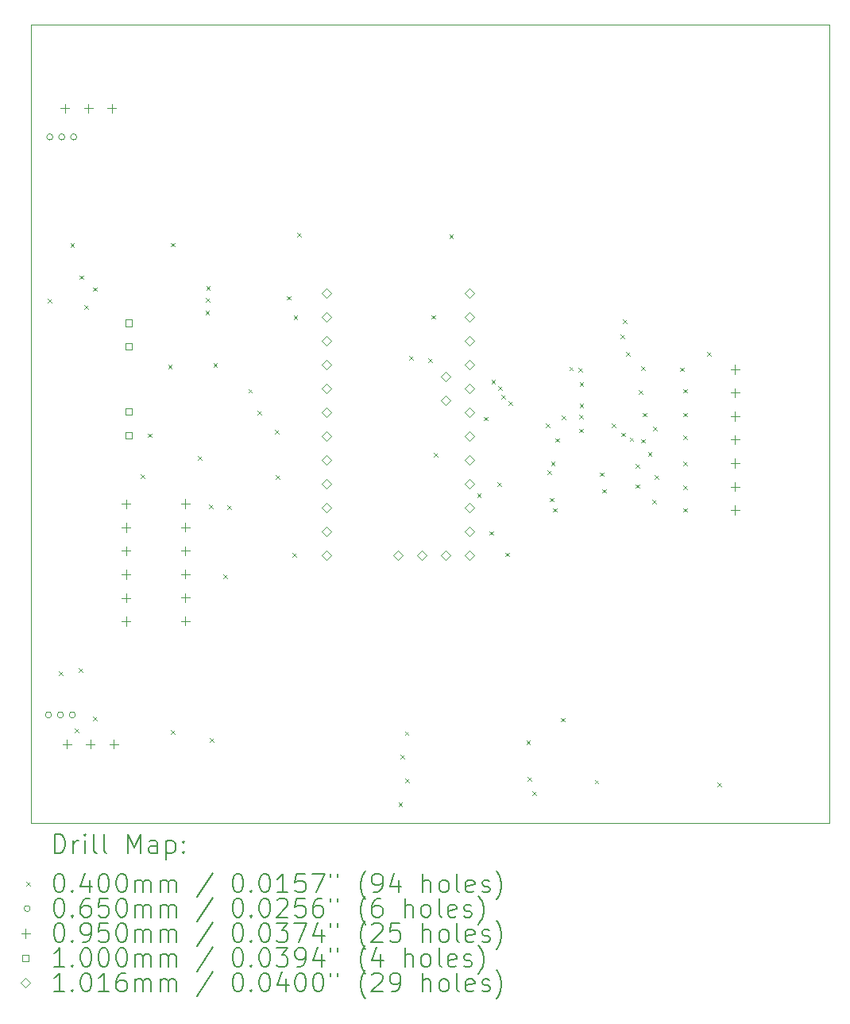
<source format=gbr>
%TF.GenerationSoftware,KiCad,Pcbnew,7.0.9*%
%TF.CreationDate,2024-01-19T18:50:48+05:30*%
%TF.ProjectId,BMS LTC6804-2,424d5320-4c54-4433-9638-30342d322e6b,rev?*%
%TF.SameCoordinates,Original*%
%TF.FileFunction,Drillmap*%
%TF.FilePolarity,Positive*%
%FSLAX45Y45*%
G04 Gerber Fmt 4.5, Leading zero omitted, Abs format (unit mm)*
G04 Created by KiCad (PCBNEW 7.0.9) date 2024-01-19 18:50:48*
%MOMM*%
%LPD*%
G01*
G04 APERTURE LIST*
%ADD10C,0.100000*%
%ADD11C,0.200000*%
%ADD12C,0.101600*%
G04 APERTURE END LIST*
D10*
X2247900Y-1574800D02*
X10756900Y-1574800D01*
X10756900Y-10083800D01*
X2247900Y-10083800D01*
X2247900Y-1574800D01*
D11*
D10*
X2428560Y-4493580D02*
X2468560Y-4533580D01*
X2468560Y-4493580D02*
X2428560Y-4533580D01*
X2545400Y-8463600D02*
X2585400Y-8503600D01*
X2585400Y-8463600D02*
X2545400Y-8503600D01*
X2670800Y-3901760D02*
X2710800Y-3941760D01*
X2710800Y-3901760D02*
X2670800Y-3941760D01*
X2718120Y-9073200D02*
X2758120Y-9113200D01*
X2758120Y-9073200D02*
X2718120Y-9113200D01*
X2758760Y-8428040D02*
X2798760Y-8468040D01*
X2798760Y-8428040D02*
X2758760Y-8468040D01*
X2766380Y-4244660D02*
X2806380Y-4284660D01*
X2806380Y-4244660D02*
X2766380Y-4284660D01*
X2820930Y-4558410D02*
X2860930Y-4598410D01*
X2860930Y-4558410D02*
X2820930Y-4598410D01*
X2913950Y-4371660D02*
X2953950Y-4411660D01*
X2953950Y-4371660D02*
X2913950Y-4411660D01*
X2913950Y-8948740D02*
X2953950Y-8988740D01*
X2953950Y-8948740D02*
X2913950Y-8988740D01*
X3421700Y-6365560D02*
X3461700Y-6405560D01*
X3461700Y-6365560D02*
X3421700Y-6405560D01*
X3495360Y-5928680D02*
X3535360Y-5968680D01*
X3535360Y-5928680D02*
X3495360Y-5968680D01*
X3711260Y-5194620D02*
X3751260Y-5234620D01*
X3751260Y-5194620D02*
X3711260Y-5234620D01*
X3739200Y-3896680D02*
X3779200Y-3936680D01*
X3779200Y-3896680D02*
X3739200Y-3936680D01*
X3739200Y-9093520D02*
X3779200Y-9133520D01*
X3779200Y-9093520D02*
X3739200Y-9133520D01*
X4028760Y-6167440D02*
X4068760Y-6207440D01*
X4068760Y-6167440D02*
X4028760Y-6207440D01*
X4110040Y-4618040D02*
X4150040Y-4658040D01*
X4150040Y-4618040D02*
X4110040Y-4658040D01*
X4112580Y-4485960D02*
X4152580Y-4525960D01*
X4152580Y-4485960D02*
X4112580Y-4525960D01*
X4117660Y-4356420D02*
X4157660Y-4396420D01*
X4157660Y-4356420D02*
X4117660Y-4396420D01*
X4150680Y-6685600D02*
X4190680Y-6725600D01*
X4190680Y-6685600D02*
X4150680Y-6725600D01*
X4158300Y-9177340D02*
X4198300Y-9217340D01*
X4198300Y-9177340D02*
X4158300Y-9217340D01*
X4194100Y-5176840D02*
X4234100Y-5216840D01*
X4234100Y-5176840D02*
X4194100Y-5216840D01*
X4300540Y-7429820D02*
X4340540Y-7469820D01*
X4340540Y-7429820D02*
X4300540Y-7469820D01*
X4341180Y-6693220D02*
X4381180Y-6733220D01*
X4381180Y-6693220D02*
X4341180Y-6733220D01*
X4567240Y-5453700D02*
X4607240Y-5493700D01*
X4607240Y-5453700D02*
X4567240Y-5493700D01*
X4666300Y-5689920D02*
X4706300Y-5729920D01*
X4706300Y-5689920D02*
X4666300Y-5729920D01*
X4852660Y-5893120D02*
X4892660Y-5933120D01*
X4892660Y-5893120D02*
X4852660Y-5933120D01*
X4860280Y-6375720D02*
X4900280Y-6415720D01*
X4900280Y-6375720D02*
X4860280Y-6415720D01*
X4978720Y-4463100D02*
X5018720Y-4503100D01*
X5018720Y-4463100D02*
X4978720Y-4503100D01*
X5034600Y-7201220D02*
X5074600Y-7241220D01*
X5074600Y-7201220D02*
X5034600Y-7241220D01*
X5049840Y-4668840D02*
X5089840Y-4708840D01*
X5089840Y-4668840D02*
X5049840Y-4708840D01*
X5090480Y-3792540D02*
X5130480Y-3832540D01*
X5130480Y-3792540D02*
X5090480Y-3832540D01*
X6167440Y-9863140D02*
X6207440Y-9903140D01*
X6207440Y-9863140D02*
X6167440Y-9903140D01*
X6187760Y-9355140D02*
X6227760Y-9395140D01*
X6227760Y-9355140D02*
X6187760Y-9395140D01*
X6236140Y-9103680D02*
X6276140Y-9143680D01*
X6276140Y-9103680D02*
X6236140Y-9143680D01*
X6238680Y-9609140D02*
X6278680Y-9649140D01*
X6278680Y-9609140D02*
X6238680Y-9649140D01*
X6284280Y-5100640D02*
X6324280Y-5140640D01*
X6324280Y-5100640D02*
X6284280Y-5140640D01*
X6482400Y-5128580D02*
X6522400Y-5168580D01*
X6522400Y-5128580D02*
X6482400Y-5168580D01*
X6520500Y-4666300D02*
X6560500Y-4706300D01*
X6560500Y-4666300D02*
X6520500Y-4706300D01*
X6545900Y-6136960D02*
X6585900Y-6176960D01*
X6585900Y-6136960D02*
X6545900Y-6176960D01*
X6708460Y-3805240D02*
X6748460Y-3845240D01*
X6748460Y-3805240D02*
X6708460Y-3845240D01*
X7005640Y-6566220D02*
X7045640Y-6606220D01*
X7045640Y-6566220D02*
X7005640Y-6606220D01*
X7075430Y-5750880D02*
X7115430Y-5790880D01*
X7115430Y-5750880D02*
X7075430Y-5790880D01*
X7135180Y-6970080D02*
X7175180Y-7010080D01*
X7175180Y-6970080D02*
X7135180Y-7010080D01*
X7158040Y-5357180D02*
X7198040Y-5397180D01*
X7198040Y-5357180D02*
X7158040Y-5397180D01*
X7221540Y-6451920D02*
X7261540Y-6491920D01*
X7261540Y-6451920D02*
X7221540Y-6491920D01*
X7230143Y-5426399D02*
X7270143Y-5466399D01*
X7270143Y-5426399D02*
X7230143Y-5466399D01*
X7266066Y-5519670D02*
X7306066Y-5559670D01*
X7306066Y-5519670D02*
X7266066Y-5559670D01*
X7307900Y-7198680D02*
X7347900Y-7238680D01*
X7347900Y-7198680D02*
X7307900Y-7238680D01*
X7340920Y-5588320D02*
X7380920Y-5628320D01*
X7380920Y-5588320D02*
X7340920Y-5628320D01*
X7531420Y-9202740D02*
X7571420Y-9242740D01*
X7571420Y-9202740D02*
X7531420Y-9242740D01*
X7541580Y-9588820D02*
X7581580Y-9628820D01*
X7581580Y-9588820D02*
X7541580Y-9628820D01*
X7594920Y-9741220D02*
X7634920Y-9781220D01*
X7634920Y-9741220D02*
X7594920Y-9781220D01*
X7737160Y-5821450D02*
X7777160Y-5861450D01*
X7777160Y-5821450D02*
X7737160Y-5861450D01*
X7754940Y-6324920D02*
X7794940Y-6364920D01*
X7794940Y-6324920D02*
X7754940Y-6364920D01*
X7782880Y-6614480D02*
X7822880Y-6654480D01*
X7822880Y-6614480D02*
X7782880Y-6654480D01*
X7792178Y-6232166D02*
X7832178Y-6272166D01*
X7832178Y-6232166D02*
X7792178Y-6272166D01*
X7815900Y-6723700D02*
X7855900Y-6763700D01*
X7855900Y-6723700D02*
X7815900Y-6763700D01*
X7838370Y-5979480D02*
X7878370Y-6019480D01*
X7878370Y-5979480D02*
X7838370Y-6019480D01*
X7899720Y-8958900D02*
X7939720Y-8998900D01*
X7939720Y-8958900D02*
X7899720Y-8998900D01*
X7904850Y-5740720D02*
X7944850Y-5780720D01*
X7944850Y-5740720D02*
X7904850Y-5780720D01*
X7988341Y-5216602D02*
X8028341Y-5256602D01*
X8028341Y-5216602D02*
X7988341Y-5256602D01*
X8087680Y-5227640D02*
X8127680Y-5267640D01*
X8127680Y-5227640D02*
X8087680Y-5267640D01*
X8093760Y-5729801D02*
X8133760Y-5769801D01*
X8133760Y-5729801D02*
X8093760Y-5769801D01*
X8094021Y-5878468D02*
X8134021Y-5918468D01*
X8134021Y-5878468D02*
X8094021Y-5918468D01*
X8096958Y-5380359D02*
X8136958Y-5420359D01*
X8136958Y-5380359D02*
X8096958Y-5420359D01*
X8097840Y-5611180D02*
X8137840Y-5651180D01*
X8137840Y-5611180D02*
X8097840Y-5651180D01*
X8257860Y-9619300D02*
X8297860Y-9659300D01*
X8297860Y-9619300D02*
X8257860Y-9659300D01*
X8311200Y-6342700D02*
X8351200Y-6382700D01*
X8351200Y-6342700D02*
X8311200Y-6382700D01*
X8336600Y-6520500D02*
X8376600Y-6560500D01*
X8376600Y-6520500D02*
X8336600Y-6560500D01*
X8439203Y-5819696D02*
X8479203Y-5859696D01*
X8479203Y-5819696D02*
X8439203Y-5859696D01*
X8532180Y-4874580D02*
X8572180Y-4914580D01*
X8572180Y-4874580D02*
X8532180Y-4914580D01*
X8544880Y-5921060D02*
X8584880Y-5961060D01*
X8584880Y-5921060D02*
X8544880Y-5961060D01*
X8560120Y-4713350D02*
X8600120Y-4753350D01*
X8600120Y-4713350D02*
X8560120Y-4753350D01*
X8590600Y-5062540D02*
X8630600Y-5102540D01*
X8630600Y-5062540D02*
X8590600Y-5102540D01*
X8632093Y-5970043D02*
X8672093Y-6010043D01*
X8672093Y-5970043D02*
X8632093Y-6010043D01*
X8692200Y-6253800D02*
X8732200Y-6293800D01*
X8732200Y-6253800D02*
X8692200Y-6293800D01*
X8692200Y-6469700D02*
X8732200Y-6509700D01*
X8732200Y-6469700D02*
X8692200Y-6509700D01*
X8730300Y-5466400D02*
X8770300Y-5506400D01*
X8770300Y-5466400D02*
X8730300Y-5506400D01*
X8755700Y-5212400D02*
X8795700Y-5252400D01*
X8795700Y-5212400D02*
X8755700Y-5252400D01*
X8755700Y-5987100D02*
X8795700Y-6027100D01*
X8795700Y-5987100D02*
X8755700Y-6027100D01*
X8768400Y-5707700D02*
X8808400Y-5747700D01*
X8808400Y-5707700D02*
X8768400Y-5747700D01*
X8825299Y-6126223D02*
X8865299Y-6166223D01*
X8865299Y-6126223D02*
X8825299Y-6166223D01*
X8872220Y-6633490D02*
X8912220Y-6673490D01*
X8912220Y-6633490D02*
X8872220Y-6673490D01*
X8878783Y-5855310D02*
X8918783Y-5895310D01*
X8918783Y-5855310D02*
X8878783Y-5895310D01*
X8895636Y-6374477D02*
X8935636Y-6414477D01*
X8935636Y-6374477D02*
X8895636Y-6414477D01*
X9172200Y-5225100D02*
X9212200Y-5265100D01*
X9212200Y-5225100D02*
X9172200Y-5265100D01*
X9200200Y-5453700D02*
X9240200Y-5493700D01*
X9240200Y-5453700D02*
X9200200Y-5493700D01*
X9200200Y-5707700D02*
X9240200Y-5747700D01*
X9240200Y-5707700D02*
X9200200Y-5747700D01*
X9200200Y-5949000D02*
X9240200Y-5989000D01*
X9240200Y-5949000D02*
X9200200Y-5989000D01*
X9200200Y-6228400D02*
X9240200Y-6268400D01*
X9240200Y-6228400D02*
X9200200Y-6268400D01*
X9200200Y-6482400D02*
X9240200Y-6522400D01*
X9240200Y-6482400D02*
X9200200Y-6522400D01*
X9200200Y-6723700D02*
X9240200Y-6763700D01*
X9240200Y-6723700D02*
X9200200Y-6763700D01*
X9456740Y-5062540D02*
X9496740Y-5102540D01*
X9496740Y-5062540D02*
X9456740Y-5102540D01*
X9568500Y-9647240D02*
X9608500Y-9687240D01*
X9608500Y-9647240D02*
X9568500Y-9687240D01*
X2469300Y-8928100D02*
G75*
G03*
X2469300Y-8928100I-32500J0D01*
G01*
X2483600Y-2768600D02*
G75*
G03*
X2483600Y-2768600I-32500J0D01*
G01*
X2596300Y-8928100D02*
G75*
G03*
X2596300Y-8928100I-32500J0D01*
G01*
X2610600Y-2768600D02*
G75*
G03*
X2610600Y-2768600I-32500J0D01*
G01*
X2723300Y-8928100D02*
G75*
G03*
X2723300Y-8928100I-32500J0D01*
G01*
X2737600Y-2768600D02*
G75*
G03*
X2737600Y-2768600I-32500J0D01*
G01*
X2611500Y-2416300D02*
X2611500Y-2511300D01*
X2564000Y-2463800D02*
X2659000Y-2463800D01*
X2632900Y-9190900D02*
X2632900Y-9285900D01*
X2585400Y-9238400D02*
X2680400Y-9238400D01*
X2861500Y-2416300D02*
X2861500Y-2511300D01*
X2814000Y-2463800D02*
X2909000Y-2463800D01*
X2882900Y-9190900D02*
X2882900Y-9285900D01*
X2835400Y-9238400D02*
X2930400Y-9238400D01*
X3111500Y-2416300D02*
X3111500Y-2511300D01*
X3064000Y-2463800D02*
X3159000Y-2463800D01*
X3132900Y-9190900D02*
X3132900Y-9285900D01*
X3085400Y-9238400D02*
X3180400Y-9238400D01*
X3263900Y-6632700D02*
X3263900Y-6727700D01*
X3216400Y-6680200D02*
X3311400Y-6680200D01*
X3263900Y-6882700D02*
X3263900Y-6977700D01*
X3216400Y-6930200D02*
X3311400Y-6930200D01*
X3263900Y-7132700D02*
X3263900Y-7227700D01*
X3216400Y-7180200D02*
X3311400Y-7180200D01*
X3263900Y-7382700D02*
X3263900Y-7477700D01*
X3216400Y-7430200D02*
X3311400Y-7430200D01*
X3263900Y-7632700D02*
X3263900Y-7727700D01*
X3216400Y-7680200D02*
X3311400Y-7680200D01*
X3263900Y-7882700D02*
X3263900Y-7977700D01*
X3216400Y-7930200D02*
X3311400Y-7930200D01*
X3897200Y-6630000D02*
X3897200Y-6725000D01*
X3849700Y-6677500D02*
X3944700Y-6677500D01*
X3897200Y-6880000D02*
X3897200Y-6975000D01*
X3849700Y-6927500D02*
X3944700Y-6927500D01*
X3897200Y-7130000D02*
X3897200Y-7225000D01*
X3849700Y-7177500D02*
X3944700Y-7177500D01*
X3897200Y-7380000D02*
X3897200Y-7475000D01*
X3849700Y-7427500D02*
X3944700Y-7427500D01*
X3897200Y-7630000D02*
X3897200Y-7725000D01*
X3849700Y-7677500D02*
X3944700Y-7677500D01*
X3897200Y-7880000D02*
X3897200Y-7975000D01*
X3849700Y-7927500D02*
X3944700Y-7927500D01*
X9753600Y-5197600D02*
X9753600Y-5292600D01*
X9706100Y-5245100D02*
X9801100Y-5245100D01*
X9753600Y-5447600D02*
X9753600Y-5542600D01*
X9706100Y-5495100D02*
X9801100Y-5495100D01*
X9753600Y-5697600D02*
X9753600Y-5792600D01*
X9706100Y-5745100D02*
X9801100Y-5745100D01*
X9753600Y-5947600D02*
X9753600Y-6042600D01*
X9706100Y-5995100D02*
X9801100Y-5995100D01*
X9753600Y-6197600D02*
X9753600Y-6292600D01*
X9706100Y-6245100D02*
X9801100Y-6245100D01*
X9753600Y-6447600D02*
X9753600Y-6542600D01*
X9706100Y-6495100D02*
X9801100Y-6495100D01*
X9753600Y-6697600D02*
X9753600Y-6792600D01*
X9706100Y-6745100D02*
X9801100Y-6745100D01*
X3326756Y-4787156D02*
X3326756Y-4716444D01*
X3256044Y-4716444D01*
X3256044Y-4787156D01*
X3326756Y-4787156D01*
X3326756Y-5037156D02*
X3326756Y-4966444D01*
X3256044Y-4966444D01*
X3256044Y-5037156D01*
X3326756Y-5037156D01*
X3326756Y-5732156D02*
X3326756Y-5661444D01*
X3256044Y-5661444D01*
X3256044Y-5732156D01*
X3326756Y-5732156D01*
X3326756Y-5982156D02*
X3326756Y-5911444D01*
X3256044Y-5911444D01*
X3256044Y-5982156D01*
X3326756Y-5982156D01*
D12*
X5397500Y-4483100D02*
X5448300Y-4432300D01*
X5397500Y-4381500D01*
X5346700Y-4432300D01*
X5397500Y-4483100D01*
X5397500Y-4737100D02*
X5448300Y-4686300D01*
X5397500Y-4635500D01*
X5346700Y-4686300D01*
X5397500Y-4737100D01*
X5397500Y-4991100D02*
X5448300Y-4940300D01*
X5397500Y-4889500D01*
X5346700Y-4940300D01*
X5397500Y-4991100D01*
X5397500Y-5245100D02*
X5448300Y-5194300D01*
X5397500Y-5143500D01*
X5346700Y-5194300D01*
X5397500Y-5245100D01*
X5397500Y-5499100D02*
X5448300Y-5448300D01*
X5397500Y-5397500D01*
X5346700Y-5448300D01*
X5397500Y-5499100D01*
X5397500Y-5753100D02*
X5448300Y-5702300D01*
X5397500Y-5651500D01*
X5346700Y-5702300D01*
X5397500Y-5753100D01*
X5397500Y-6007100D02*
X5448300Y-5956300D01*
X5397500Y-5905500D01*
X5346700Y-5956300D01*
X5397500Y-6007100D01*
X5397500Y-6261100D02*
X5448300Y-6210300D01*
X5397500Y-6159500D01*
X5346700Y-6210300D01*
X5397500Y-6261100D01*
X5397500Y-6515100D02*
X5448300Y-6464300D01*
X5397500Y-6413500D01*
X5346700Y-6464300D01*
X5397500Y-6515100D01*
X5397500Y-6769100D02*
X5448300Y-6718300D01*
X5397500Y-6667500D01*
X5346700Y-6718300D01*
X5397500Y-6769100D01*
X5397500Y-7023100D02*
X5448300Y-6972300D01*
X5397500Y-6921500D01*
X5346700Y-6972300D01*
X5397500Y-7023100D01*
X5397500Y-7277100D02*
X5448300Y-7226300D01*
X5397500Y-7175500D01*
X5346700Y-7226300D01*
X5397500Y-7277100D01*
X6159500Y-7277100D02*
X6210300Y-7226300D01*
X6159500Y-7175500D01*
X6108700Y-7226300D01*
X6159500Y-7277100D01*
X6413500Y-7277100D02*
X6464300Y-7226300D01*
X6413500Y-7175500D01*
X6362700Y-7226300D01*
X6413500Y-7277100D01*
X6667500Y-5372100D02*
X6718300Y-5321300D01*
X6667500Y-5270500D01*
X6616700Y-5321300D01*
X6667500Y-5372100D01*
X6667500Y-5626100D02*
X6718300Y-5575300D01*
X6667500Y-5524500D01*
X6616700Y-5575300D01*
X6667500Y-5626100D01*
X6667500Y-7277100D02*
X6718300Y-7226300D01*
X6667500Y-7175500D01*
X6616700Y-7226300D01*
X6667500Y-7277100D01*
X6921500Y-4483100D02*
X6972300Y-4432300D01*
X6921500Y-4381500D01*
X6870700Y-4432300D01*
X6921500Y-4483100D01*
X6921500Y-4737100D02*
X6972300Y-4686300D01*
X6921500Y-4635500D01*
X6870700Y-4686300D01*
X6921500Y-4737100D01*
X6921500Y-4991100D02*
X6972300Y-4940300D01*
X6921500Y-4889500D01*
X6870700Y-4940300D01*
X6921500Y-4991100D01*
X6921500Y-5245100D02*
X6972300Y-5194300D01*
X6921500Y-5143500D01*
X6870700Y-5194300D01*
X6921500Y-5245100D01*
X6921500Y-5499100D02*
X6972300Y-5448300D01*
X6921500Y-5397500D01*
X6870700Y-5448300D01*
X6921500Y-5499100D01*
X6921500Y-5753100D02*
X6972300Y-5702300D01*
X6921500Y-5651500D01*
X6870700Y-5702300D01*
X6921500Y-5753100D01*
X6921500Y-6007100D02*
X6972300Y-5956300D01*
X6921500Y-5905500D01*
X6870700Y-5956300D01*
X6921500Y-6007100D01*
X6921500Y-6261100D02*
X6972300Y-6210300D01*
X6921500Y-6159500D01*
X6870700Y-6210300D01*
X6921500Y-6261100D01*
X6921500Y-6515100D02*
X6972300Y-6464300D01*
X6921500Y-6413500D01*
X6870700Y-6464300D01*
X6921500Y-6515100D01*
X6921500Y-6769100D02*
X6972300Y-6718300D01*
X6921500Y-6667500D01*
X6870700Y-6718300D01*
X6921500Y-6769100D01*
X6921500Y-7023100D02*
X6972300Y-6972300D01*
X6921500Y-6921500D01*
X6870700Y-6972300D01*
X6921500Y-7023100D01*
X6921500Y-7277100D02*
X6972300Y-7226300D01*
X6921500Y-7175500D01*
X6870700Y-7226300D01*
X6921500Y-7277100D01*
D11*
X2503677Y-10400284D02*
X2503677Y-10200284D01*
X2503677Y-10200284D02*
X2551296Y-10200284D01*
X2551296Y-10200284D02*
X2579867Y-10209808D01*
X2579867Y-10209808D02*
X2598915Y-10228855D01*
X2598915Y-10228855D02*
X2608439Y-10247903D01*
X2608439Y-10247903D02*
X2617963Y-10285998D01*
X2617963Y-10285998D02*
X2617963Y-10314570D01*
X2617963Y-10314570D02*
X2608439Y-10352665D01*
X2608439Y-10352665D02*
X2598915Y-10371712D01*
X2598915Y-10371712D02*
X2579867Y-10390760D01*
X2579867Y-10390760D02*
X2551296Y-10400284D01*
X2551296Y-10400284D02*
X2503677Y-10400284D01*
X2703677Y-10400284D02*
X2703677Y-10266950D01*
X2703677Y-10305046D02*
X2713201Y-10285998D01*
X2713201Y-10285998D02*
X2722724Y-10276474D01*
X2722724Y-10276474D02*
X2741772Y-10266950D01*
X2741772Y-10266950D02*
X2760820Y-10266950D01*
X2827486Y-10400284D02*
X2827486Y-10266950D01*
X2827486Y-10200284D02*
X2817962Y-10209808D01*
X2817962Y-10209808D02*
X2827486Y-10219331D01*
X2827486Y-10219331D02*
X2837010Y-10209808D01*
X2837010Y-10209808D02*
X2827486Y-10200284D01*
X2827486Y-10200284D02*
X2827486Y-10219331D01*
X2951296Y-10400284D02*
X2932248Y-10390760D01*
X2932248Y-10390760D02*
X2922724Y-10371712D01*
X2922724Y-10371712D02*
X2922724Y-10200284D01*
X3056058Y-10400284D02*
X3037010Y-10390760D01*
X3037010Y-10390760D02*
X3027486Y-10371712D01*
X3027486Y-10371712D02*
X3027486Y-10200284D01*
X3284629Y-10400284D02*
X3284629Y-10200284D01*
X3284629Y-10200284D02*
X3351296Y-10343141D01*
X3351296Y-10343141D02*
X3417962Y-10200284D01*
X3417962Y-10200284D02*
X3417962Y-10400284D01*
X3598915Y-10400284D02*
X3598915Y-10295522D01*
X3598915Y-10295522D02*
X3589391Y-10276474D01*
X3589391Y-10276474D02*
X3570343Y-10266950D01*
X3570343Y-10266950D02*
X3532248Y-10266950D01*
X3532248Y-10266950D02*
X3513201Y-10276474D01*
X3598915Y-10390760D02*
X3579867Y-10400284D01*
X3579867Y-10400284D02*
X3532248Y-10400284D01*
X3532248Y-10400284D02*
X3513201Y-10390760D01*
X3513201Y-10390760D02*
X3503677Y-10371712D01*
X3503677Y-10371712D02*
X3503677Y-10352665D01*
X3503677Y-10352665D02*
X3513201Y-10333617D01*
X3513201Y-10333617D02*
X3532248Y-10324093D01*
X3532248Y-10324093D02*
X3579867Y-10324093D01*
X3579867Y-10324093D02*
X3598915Y-10314570D01*
X3694153Y-10266950D02*
X3694153Y-10466950D01*
X3694153Y-10276474D02*
X3713201Y-10266950D01*
X3713201Y-10266950D02*
X3751296Y-10266950D01*
X3751296Y-10266950D02*
X3770343Y-10276474D01*
X3770343Y-10276474D02*
X3779867Y-10285998D01*
X3779867Y-10285998D02*
X3789391Y-10305046D01*
X3789391Y-10305046D02*
X3789391Y-10362189D01*
X3789391Y-10362189D02*
X3779867Y-10381236D01*
X3779867Y-10381236D02*
X3770343Y-10390760D01*
X3770343Y-10390760D02*
X3751296Y-10400284D01*
X3751296Y-10400284D02*
X3713201Y-10400284D01*
X3713201Y-10400284D02*
X3694153Y-10390760D01*
X3875105Y-10381236D02*
X3884629Y-10390760D01*
X3884629Y-10390760D02*
X3875105Y-10400284D01*
X3875105Y-10400284D02*
X3865582Y-10390760D01*
X3865582Y-10390760D02*
X3875105Y-10381236D01*
X3875105Y-10381236D02*
X3875105Y-10400284D01*
X3875105Y-10276474D02*
X3884629Y-10285998D01*
X3884629Y-10285998D02*
X3875105Y-10295522D01*
X3875105Y-10295522D02*
X3865582Y-10285998D01*
X3865582Y-10285998D02*
X3875105Y-10276474D01*
X3875105Y-10276474D02*
X3875105Y-10295522D01*
D10*
X2202900Y-10708800D02*
X2242900Y-10748800D01*
X2242900Y-10708800D02*
X2202900Y-10748800D01*
D11*
X2541772Y-10620284D02*
X2560820Y-10620284D01*
X2560820Y-10620284D02*
X2579867Y-10629808D01*
X2579867Y-10629808D02*
X2589391Y-10639331D01*
X2589391Y-10639331D02*
X2598915Y-10658379D01*
X2598915Y-10658379D02*
X2608439Y-10696474D01*
X2608439Y-10696474D02*
X2608439Y-10744093D01*
X2608439Y-10744093D02*
X2598915Y-10782189D01*
X2598915Y-10782189D02*
X2589391Y-10801236D01*
X2589391Y-10801236D02*
X2579867Y-10810760D01*
X2579867Y-10810760D02*
X2560820Y-10820284D01*
X2560820Y-10820284D02*
X2541772Y-10820284D01*
X2541772Y-10820284D02*
X2522724Y-10810760D01*
X2522724Y-10810760D02*
X2513201Y-10801236D01*
X2513201Y-10801236D02*
X2503677Y-10782189D01*
X2503677Y-10782189D02*
X2494153Y-10744093D01*
X2494153Y-10744093D02*
X2494153Y-10696474D01*
X2494153Y-10696474D02*
X2503677Y-10658379D01*
X2503677Y-10658379D02*
X2513201Y-10639331D01*
X2513201Y-10639331D02*
X2522724Y-10629808D01*
X2522724Y-10629808D02*
X2541772Y-10620284D01*
X2694153Y-10801236D02*
X2703677Y-10810760D01*
X2703677Y-10810760D02*
X2694153Y-10820284D01*
X2694153Y-10820284D02*
X2684629Y-10810760D01*
X2684629Y-10810760D02*
X2694153Y-10801236D01*
X2694153Y-10801236D02*
X2694153Y-10820284D01*
X2875105Y-10686950D02*
X2875105Y-10820284D01*
X2827486Y-10610760D02*
X2779867Y-10753617D01*
X2779867Y-10753617D02*
X2903677Y-10753617D01*
X3017962Y-10620284D02*
X3037010Y-10620284D01*
X3037010Y-10620284D02*
X3056058Y-10629808D01*
X3056058Y-10629808D02*
X3065582Y-10639331D01*
X3065582Y-10639331D02*
X3075105Y-10658379D01*
X3075105Y-10658379D02*
X3084629Y-10696474D01*
X3084629Y-10696474D02*
X3084629Y-10744093D01*
X3084629Y-10744093D02*
X3075105Y-10782189D01*
X3075105Y-10782189D02*
X3065582Y-10801236D01*
X3065582Y-10801236D02*
X3056058Y-10810760D01*
X3056058Y-10810760D02*
X3037010Y-10820284D01*
X3037010Y-10820284D02*
X3017962Y-10820284D01*
X3017962Y-10820284D02*
X2998915Y-10810760D01*
X2998915Y-10810760D02*
X2989391Y-10801236D01*
X2989391Y-10801236D02*
X2979867Y-10782189D01*
X2979867Y-10782189D02*
X2970343Y-10744093D01*
X2970343Y-10744093D02*
X2970343Y-10696474D01*
X2970343Y-10696474D02*
X2979867Y-10658379D01*
X2979867Y-10658379D02*
X2989391Y-10639331D01*
X2989391Y-10639331D02*
X2998915Y-10629808D01*
X2998915Y-10629808D02*
X3017962Y-10620284D01*
X3208439Y-10620284D02*
X3227486Y-10620284D01*
X3227486Y-10620284D02*
X3246534Y-10629808D01*
X3246534Y-10629808D02*
X3256058Y-10639331D01*
X3256058Y-10639331D02*
X3265582Y-10658379D01*
X3265582Y-10658379D02*
X3275105Y-10696474D01*
X3275105Y-10696474D02*
X3275105Y-10744093D01*
X3275105Y-10744093D02*
X3265582Y-10782189D01*
X3265582Y-10782189D02*
X3256058Y-10801236D01*
X3256058Y-10801236D02*
X3246534Y-10810760D01*
X3246534Y-10810760D02*
X3227486Y-10820284D01*
X3227486Y-10820284D02*
X3208439Y-10820284D01*
X3208439Y-10820284D02*
X3189391Y-10810760D01*
X3189391Y-10810760D02*
X3179867Y-10801236D01*
X3179867Y-10801236D02*
X3170343Y-10782189D01*
X3170343Y-10782189D02*
X3160820Y-10744093D01*
X3160820Y-10744093D02*
X3160820Y-10696474D01*
X3160820Y-10696474D02*
X3170343Y-10658379D01*
X3170343Y-10658379D02*
X3179867Y-10639331D01*
X3179867Y-10639331D02*
X3189391Y-10629808D01*
X3189391Y-10629808D02*
X3208439Y-10620284D01*
X3360820Y-10820284D02*
X3360820Y-10686950D01*
X3360820Y-10705998D02*
X3370343Y-10696474D01*
X3370343Y-10696474D02*
X3389391Y-10686950D01*
X3389391Y-10686950D02*
X3417963Y-10686950D01*
X3417963Y-10686950D02*
X3437010Y-10696474D01*
X3437010Y-10696474D02*
X3446534Y-10715522D01*
X3446534Y-10715522D02*
X3446534Y-10820284D01*
X3446534Y-10715522D02*
X3456058Y-10696474D01*
X3456058Y-10696474D02*
X3475105Y-10686950D01*
X3475105Y-10686950D02*
X3503677Y-10686950D01*
X3503677Y-10686950D02*
X3522724Y-10696474D01*
X3522724Y-10696474D02*
X3532248Y-10715522D01*
X3532248Y-10715522D02*
X3532248Y-10820284D01*
X3627486Y-10820284D02*
X3627486Y-10686950D01*
X3627486Y-10705998D02*
X3637010Y-10696474D01*
X3637010Y-10696474D02*
X3656058Y-10686950D01*
X3656058Y-10686950D02*
X3684629Y-10686950D01*
X3684629Y-10686950D02*
X3703677Y-10696474D01*
X3703677Y-10696474D02*
X3713201Y-10715522D01*
X3713201Y-10715522D02*
X3713201Y-10820284D01*
X3713201Y-10715522D02*
X3722724Y-10696474D01*
X3722724Y-10696474D02*
X3741772Y-10686950D01*
X3741772Y-10686950D02*
X3770343Y-10686950D01*
X3770343Y-10686950D02*
X3789391Y-10696474D01*
X3789391Y-10696474D02*
X3798915Y-10715522D01*
X3798915Y-10715522D02*
X3798915Y-10820284D01*
X4189391Y-10610760D02*
X4017963Y-10867903D01*
X4446534Y-10620284D02*
X4465582Y-10620284D01*
X4465582Y-10620284D02*
X4484629Y-10629808D01*
X4484629Y-10629808D02*
X4494153Y-10639331D01*
X4494153Y-10639331D02*
X4503677Y-10658379D01*
X4503677Y-10658379D02*
X4513201Y-10696474D01*
X4513201Y-10696474D02*
X4513201Y-10744093D01*
X4513201Y-10744093D02*
X4503677Y-10782189D01*
X4503677Y-10782189D02*
X4494153Y-10801236D01*
X4494153Y-10801236D02*
X4484629Y-10810760D01*
X4484629Y-10810760D02*
X4465582Y-10820284D01*
X4465582Y-10820284D02*
X4446534Y-10820284D01*
X4446534Y-10820284D02*
X4427487Y-10810760D01*
X4427487Y-10810760D02*
X4417963Y-10801236D01*
X4417963Y-10801236D02*
X4408439Y-10782189D01*
X4408439Y-10782189D02*
X4398915Y-10744093D01*
X4398915Y-10744093D02*
X4398915Y-10696474D01*
X4398915Y-10696474D02*
X4408439Y-10658379D01*
X4408439Y-10658379D02*
X4417963Y-10639331D01*
X4417963Y-10639331D02*
X4427487Y-10629808D01*
X4427487Y-10629808D02*
X4446534Y-10620284D01*
X4598915Y-10801236D02*
X4608439Y-10810760D01*
X4608439Y-10810760D02*
X4598915Y-10820284D01*
X4598915Y-10820284D02*
X4589391Y-10810760D01*
X4589391Y-10810760D02*
X4598915Y-10801236D01*
X4598915Y-10801236D02*
X4598915Y-10820284D01*
X4732248Y-10620284D02*
X4751296Y-10620284D01*
X4751296Y-10620284D02*
X4770344Y-10629808D01*
X4770344Y-10629808D02*
X4779868Y-10639331D01*
X4779868Y-10639331D02*
X4789391Y-10658379D01*
X4789391Y-10658379D02*
X4798915Y-10696474D01*
X4798915Y-10696474D02*
X4798915Y-10744093D01*
X4798915Y-10744093D02*
X4789391Y-10782189D01*
X4789391Y-10782189D02*
X4779868Y-10801236D01*
X4779868Y-10801236D02*
X4770344Y-10810760D01*
X4770344Y-10810760D02*
X4751296Y-10820284D01*
X4751296Y-10820284D02*
X4732248Y-10820284D01*
X4732248Y-10820284D02*
X4713201Y-10810760D01*
X4713201Y-10810760D02*
X4703677Y-10801236D01*
X4703677Y-10801236D02*
X4694153Y-10782189D01*
X4694153Y-10782189D02*
X4684629Y-10744093D01*
X4684629Y-10744093D02*
X4684629Y-10696474D01*
X4684629Y-10696474D02*
X4694153Y-10658379D01*
X4694153Y-10658379D02*
X4703677Y-10639331D01*
X4703677Y-10639331D02*
X4713201Y-10629808D01*
X4713201Y-10629808D02*
X4732248Y-10620284D01*
X4989391Y-10820284D02*
X4875106Y-10820284D01*
X4932248Y-10820284D02*
X4932248Y-10620284D01*
X4932248Y-10620284D02*
X4913201Y-10648855D01*
X4913201Y-10648855D02*
X4894153Y-10667903D01*
X4894153Y-10667903D02*
X4875106Y-10677427D01*
X5170344Y-10620284D02*
X5075106Y-10620284D01*
X5075106Y-10620284D02*
X5065582Y-10715522D01*
X5065582Y-10715522D02*
X5075106Y-10705998D01*
X5075106Y-10705998D02*
X5094153Y-10696474D01*
X5094153Y-10696474D02*
X5141772Y-10696474D01*
X5141772Y-10696474D02*
X5160820Y-10705998D01*
X5160820Y-10705998D02*
X5170344Y-10715522D01*
X5170344Y-10715522D02*
X5179868Y-10734570D01*
X5179868Y-10734570D02*
X5179868Y-10782189D01*
X5179868Y-10782189D02*
X5170344Y-10801236D01*
X5170344Y-10801236D02*
X5160820Y-10810760D01*
X5160820Y-10810760D02*
X5141772Y-10820284D01*
X5141772Y-10820284D02*
X5094153Y-10820284D01*
X5094153Y-10820284D02*
X5075106Y-10810760D01*
X5075106Y-10810760D02*
X5065582Y-10801236D01*
X5246534Y-10620284D02*
X5379868Y-10620284D01*
X5379868Y-10620284D02*
X5294153Y-10820284D01*
X5446534Y-10620284D02*
X5446534Y-10658379D01*
X5522725Y-10620284D02*
X5522725Y-10658379D01*
X5817963Y-10896474D02*
X5808439Y-10886950D01*
X5808439Y-10886950D02*
X5789391Y-10858379D01*
X5789391Y-10858379D02*
X5779868Y-10839331D01*
X5779868Y-10839331D02*
X5770344Y-10810760D01*
X5770344Y-10810760D02*
X5760820Y-10763141D01*
X5760820Y-10763141D02*
X5760820Y-10725046D01*
X5760820Y-10725046D02*
X5770344Y-10677427D01*
X5770344Y-10677427D02*
X5779868Y-10648855D01*
X5779868Y-10648855D02*
X5789391Y-10629808D01*
X5789391Y-10629808D02*
X5808439Y-10601236D01*
X5808439Y-10601236D02*
X5817963Y-10591712D01*
X5903677Y-10820284D02*
X5941772Y-10820284D01*
X5941772Y-10820284D02*
X5960820Y-10810760D01*
X5960820Y-10810760D02*
X5970344Y-10801236D01*
X5970344Y-10801236D02*
X5989391Y-10772665D01*
X5989391Y-10772665D02*
X5998915Y-10734570D01*
X5998915Y-10734570D02*
X5998915Y-10658379D01*
X5998915Y-10658379D02*
X5989391Y-10639331D01*
X5989391Y-10639331D02*
X5979868Y-10629808D01*
X5979868Y-10629808D02*
X5960820Y-10620284D01*
X5960820Y-10620284D02*
X5922725Y-10620284D01*
X5922725Y-10620284D02*
X5903677Y-10629808D01*
X5903677Y-10629808D02*
X5894153Y-10639331D01*
X5894153Y-10639331D02*
X5884629Y-10658379D01*
X5884629Y-10658379D02*
X5884629Y-10705998D01*
X5884629Y-10705998D02*
X5894153Y-10725046D01*
X5894153Y-10725046D02*
X5903677Y-10734570D01*
X5903677Y-10734570D02*
X5922725Y-10744093D01*
X5922725Y-10744093D02*
X5960820Y-10744093D01*
X5960820Y-10744093D02*
X5979868Y-10734570D01*
X5979868Y-10734570D02*
X5989391Y-10725046D01*
X5989391Y-10725046D02*
X5998915Y-10705998D01*
X6170344Y-10686950D02*
X6170344Y-10820284D01*
X6122725Y-10610760D02*
X6075106Y-10753617D01*
X6075106Y-10753617D02*
X6198915Y-10753617D01*
X6427487Y-10820284D02*
X6427487Y-10620284D01*
X6513201Y-10820284D02*
X6513201Y-10715522D01*
X6513201Y-10715522D02*
X6503677Y-10696474D01*
X6503677Y-10696474D02*
X6484630Y-10686950D01*
X6484630Y-10686950D02*
X6456058Y-10686950D01*
X6456058Y-10686950D02*
X6437010Y-10696474D01*
X6437010Y-10696474D02*
X6427487Y-10705998D01*
X6637010Y-10820284D02*
X6617963Y-10810760D01*
X6617963Y-10810760D02*
X6608439Y-10801236D01*
X6608439Y-10801236D02*
X6598915Y-10782189D01*
X6598915Y-10782189D02*
X6598915Y-10725046D01*
X6598915Y-10725046D02*
X6608439Y-10705998D01*
X6608439Y-10705998D02*
X6617963Y-10696474D01*
X6617963Y-10696474D02*
X6637010Y-10686950D01*
X6637010Y-10686950D02*
X6665582Y-10686950D01*
X6665582Y-10686950D02*
X6684630Y-10696474D01*
X6684630Y-10696474D02*
X6694153Y-10705998D01*
X6694153Y-10705998D02*
X6703677Y-10725046D01*
X6703677Y-10725046D02*
X6703677Y-10782189D01*
X6703677Y-10782189D02*
X6694153Y-10801236D01*
X6694153Y-10801236D02*
X6684630Y-10810760D01*
X6684630Y-10810760D02*
X6665582Y-10820284D01*
X6665582Y-10820284D02*
X6637010Y-10820284D01*
X6817963Y-10820284D02*
X6798915Y-10810760D01*
X6798915Y-10810760D02*
X6789391Y-10791712D01*
X6789391Y-10791712D02*
X6789391Y-10620284D01*
X6970344Y-10810760D02*
X6951296Y-10820284D01*
X6951296Y-10820284D02*
X6913201Y-10820284D01*
X6913201Y-10820284D02*
X6894153Y-10810760D01*
X6894153Y-10810760D02*
X6884630Y-10791712D01*
X6884630Y-10791712D02*
X6884630Y-10715522D01*
X6884630Y-10715522D02*
X6894153Y-10696474D01*
X6894153Y-10696474D02*
X6913201Y-10686950D01*
X6913201Y-10686950D02*
X6951296Y-10686950D01*
X6951296Y-10686950D02*
X6970344Y-10696474D01*
X6970344Y-10696474D02*
X6979868Y-10715522D01*
X6979868Y-10715522D02*
X6979868Y-10734570D01*
X6979868Y-10734570D02*
X6884630Y-10753617D01*
X7056058Y-10810760D02*
X7075106Y-10820284D01*
X7075106Y-10820284D02*
X7113201Y-10820284D01*
X7113201Y-10820284D02*
X7132249Y-10810760D01*
X7132249Y-10810760D02*
X7141772Y-10791712D01*
X7141772Y-10791712D02*
X7141772Y-10782189D01*
X7141772Y-10782189D02*
X7132249Y-10763141D01*
X7132249Y-10763141D02*
X7113201Y-10753617D01*
X7113201Y-10753617D02*
X7084630Y-10753617D01*
X7084630Y-10753617D02*
X7065582Y-10744093D01*
X7065582Y-10744093D02*
X7056058Y-10725046D01*
X7056058Y-10725046D02*
X7056058Y-10715522D01*
X7056058Y-10715522D02*
X7065582Y-10696474D01*
X7065582Y-10696474D02*
X7084630Y-10686950D01*
X7084630Y-10686950D02*
X7113201Y-10686950D01*
X7113201Y-10686950D02*
X7132249Y-10696474D01*
X7208439Y-10896474D02*
X7217963Y-10886950D01*
X7217963Y-10886950D02*
X7237011Y-10858379D01*
X7237011Y-10858379D02*
X7246534Y-10839331D01*
X7246534Y-10839331D02*
X7256058Y-10810760D01*
X7256058Y-10810760D02*
X7265582Y-10763141D01*
X7265582Y-10763141D02*
X7265582Y-10725046D01*
X7265582Y-10725046D02*
X7256058Y-10677427D01*
X7256058Y-10677427D02*
X7246534Y-10648855D01*
X7246534Y-10648855D02*
X7237011Y-10629808D01*
X7237011Y-10629808D02*
X7217963Y-10601236D01*
X7217963Y-10601236D02*
X7208439Y-10591712D01*
D10*
X2242900Y-10992800D02*
G75*
G03*
X2242900Y-10992800I-32500J0D01*
G01*
D11*
X2541772Y-10884284D02*
X2560820Y-10884284D01*
X2560820Y-10884284D02*
X2579867Y-10893808D01*
X2579867Y-10893808D02*
X2589391Y-10903331D01*
X2589391Y-10903331D02*
X2598915Y-10922379D01*
X2598915Y-10922379D02*
X2608439Y-10960474D01*
X2608439Y-10960474D02*
X2608439Y-11008093D01*
X2608439Y-11008093D02*
X2598915Y-11046189D01*
X2598915Y-11046189D02*
X2589391Y-11065236D01*
X2589391Y-11065236D02*
X2579867Y-11074760D01*
X2579867Y-11074760D02*
X2560820Y-11084284D01*
X2560820Y-11084284D02*
X2541772Y-11084284D01*
X2541772Y-11084284D02*
X2522724Y-11074760D01*
X2522724Y-11074760D02*
X2513201Y-11065236D01*
X2513201Y-11065236D02*
X2503677Y-11046189D01*
X2503677Y-11046189D02*
X2494153Y-11008093D01*
X2494153Y-11008093D02*
X2494153Y-10960474D01*
X2494153Y-10960474D02*
X2503677Y-10922379D01*
X2503677Y-10922379D02*
X2513201Y-10903331D01*
X2513201Y-10903331D02*
X2522724Y-10893808D01*
X2522724Y-10893808D02*
X2541772Y-10884284D01*
X2694153Y-11065236D02*
X2703677Y-11074760D01*
X2703677Y-11074760D02*
X2694153Y-11084284D01*
X2694153Y-11084284D02*
X2684629Y-11074760D01*
X2684629Y-11074760D02*
X2694153Y-11065236D01*
X2694153Y-11065236D02*
X2694153Y-11084284D01*
X2875105Y-10884284D02*
X2837010Y-10884284D01*
X2837010Y-10884284D02*
X2817962Y-10893808D01*
X2817962Y-10893808D02*
X2808439Y-10903331D01*
X2808439Y-10903331D02*
X2789391Y-10931903D01*
X2789391Y-10931903D02*
X2779867Y-10969998D01*
X2779867Y-10969998D02*
X2779867Y-11046189D01*
X2779867Y-11046189D02*
X2789391Y-11065236D01*
X2789391Y-11065236D02*
X2798915Y-11074760D01*
X2798915Y-11074760D02*
X2817962Y-11084284D01*
X2817962Y-11084284D02*
X2856058Y-11084284D01*
X2856058Y-11084284D02*
X2875105Y-11074760D01*
X2875105Y-11074760D02*
X2884629Y-11065236D01*
X2884629Y-11065236D02*
X2894153Y-11046189D01*
X2894153Y-11046189D02*
X2894153Y-10998570D01*
X2894153Y-10998570D02*
X2884629Y-10979522D01*
X2884629Y-10979522D02*
X2875105Y-10969998D01*
X2875105Y-10969998D02*
X2856058Y-10960474D01*
X2856058Y-10960474D02*
X2817962Y-10960474D01*
X2817962Y-10960474D02*
X2798915Y-10969998D01*
X2798915Y-10969998D02*
X2789391Y-10979522D01*
X2789391Y-10979522D02*
X2779867Y-10998570D01*
X3075105Y-10884284D02*
X2979867Y-10884284D01*
X2979867Y-10884284D02*
X2970343Y-10979522D01*
X2970343Y-10979522D02*
X2979867Y-10969998D01*
X2979867Y-10969998D02*
X2998915Y-10960474D01*
X2998915Y-10960474D02*
X3046534Y-10960474D01*
X3046534Y-10960474D02*
X3065582Y-10969998D01*
X3065582Y-10969998D02*
X3075105Y-10979522D01*
X3075105Y-10979522D02*
X3084629Y-10998570D01*
X3084629Y-10998570D02*
X3084629Y-11046189D01*
X3084629Y-11046189D02*
X3075105Y-11065236D01*
X3075105Y-11065236D02*
X3065582Y-11074760D01*
X3065582Y-11074760D02*
X3046534Y-11084284D01*
X3046534Y-11084284D02*
X2998915Y-11084284D01*
X2998915Y-11084284D02*
X2979867Y-11074760D01*
X2979867Y-11074760D02*
X2970343Y-11065236D01*
X3208439Y-10884284D02*
X3227486Y-10884284D01*
X3227486Y-10884284D02*
X3246534Y-10893808D01*
X3246534Y-10893808D02*
X3256058Y-10903331D01*
X3256058Y-10903331D02*
X3265582Y-10922379D01*
X3265582Y-10922379D02*
X3275105Y-10960474D01*
X3275105Y-10960474D02*
X3275105Y-11008093D01*
X3275105Y-11008093D02*
X3265582Y-11046189D01*
X3265582Y-11046189D02*
X3256058Y-11065236D01*
X3256058Y-11065236D02*
X3246534Y-11074760D01*
X3246534Y-11074760D02*
X3227486Y-11084284D01*
X3227486Y-11084284D02*
X3208439Y-11084284D01*
X3208439Y-11084284D02*
X3189391Y-11074760D01*
X3189391Y-11074760D02*
X3179867Y-11065236D01*
X3179867Y-11065236D02*
X3170343Y-11046189D01*
X3170343Y-11046189D02*
X3160820Y-11008093D01*
X3160820Y-11008093D02*
X3160820Y-10960474D01*
X3160820Y-10960474D02*
X3170343Y-10922379D01*
X3170343Y-10922379D02*
X3179867Y-10903331D01*
X3179867Y-10903331D02*
X3189391Y-10893808D01*
X3189391Y-10893808D02*
X3208439Y-10884284D01*
X3360820Y-11084284D02*
X3360820Y-10950950D01*
X3360820Y-10969998D02*
X3370343Y-10960474D01*
X3370343Y-10960474D02*
X3389391Y-10950950D01*
X3389391Y-10950950D02*
X3417963Y-10950950D01*
X3417963Y-10950950D02*
X3437010Y-10960474D01*
X3437010Y-10960474D02*
X3446534Y-10979522D01*
X3446534Y-10979522D02*
X3446534Y-11084284D01*
X3446534Y-10979522D02*
X3456058Y-10960474D01*
X3456058Y-10960474D02*
X3475105Y-10950950D01*
X3475105Y-10950950D02*
X3503677Y-10950950D01*
X3503677Y-10950950D02*
X3522724Y-10960474D01*
X3522724Y-10960474D02*
X3532248Y-10979522D01*
X3532248Y-10979522D02*
X3532248Y-11084284D01*
X3627486Y-11084284D02*
X3627486Y-10950950D01*
X3627486Y-10969998D02*
X3637010Y-10960474D01*
X3637010Y-10960474D02*
X3656058Y-10950950D01*
X3656058Y-10950950D02*
X3684629Y-10950950D01*
X3684629Y-10950950D02*
X3703677Y-10960474D01*
X3703677Y-10960474D02*
X3713201Y-10979522D01*
X3713201Y-10979522D02*
X3713201Y-11084284D01*
X3713201Y-10979522D02*
X3722724Y-10960474D01*
X3722724Y-10960474D02*
X3741772Y-10950950D01*
X3741772Y-10950950D02*
X3770343Y-10950950D01*
X3770343Y-10950950D02*
X3789391Y-10960474D01*
X3789391Y-10960474D02*
X3798915Y-10979522D01*
X3798915Y-10979522D02*
X3798915Y-11084284D01*
X4189391Y-10874760D02*
X4017963Y-11131903D01*
X4446534Y-10884284D02*
X4465582Y-10884284D01*
X4465582Y-10884284D02*
X4484629Y-10893808D01*
X4484629Y-10893808D02*
X4494153Y-10903331D01*
X4494153Y-10903331D02*
X4503677Y-10922379D01*
X4503677Y-10922379D02*
X4513201Y-10960474D01*
X4513201Y-10960474D02*
X4513201Y-11008093D01*
X4513201Y-11008093D02*
X4503677Y-11046189D01*
X4503677Y-11046189D02*
X4494153Y-11065236D01*
X4494153Y-11065236D02*
X4484629Y-11074760D01*
X4484629Y-11074760D02*
X4465582Y-11084284D01*
X4465582Y-11084284D02*
X4446534Y-11084284D01*
X4446534Y-11084284D02*
X4427487Y-11074760D01*
X4427487Y-11074760D02*
X4417963Y-11065236D01*
X4417963Y-11065236D02*
X4408439Y-11046189D01*
X4408439Y-11046189D02*
X4398915Y-11008093D01*
X4398915Y-11008093D02*
X4398915Y-10960474D01*
X4398915Y-10960474D02*
X4408439Y-10922379D01*
X4408439Y-10922379D02*
X4417963Y-10903331D01*
X4417963Y-10903331D02*
X4427487Y-10893808D01*
X4427487Y-10893808D02*
X4446534Y-10884284D01*
X4598915Y-11065236D02*
X4608439Y-11074760D01*
X4608439Y-11074760D02*
X4598915Y-11084284D01*
X4598915Y-11084284D02*
X4589391Y-11074760D01*
X4589391Y-11074760D02*
X4598915Y-11065236D01*
X4598915Y-11065236D02*
X4598915Y-11084284D01*
X4732248Y-10884284D02*
X4751296Y-10884284D01*
X4751296Y-10884284D02*
X4770344Y-10893808D01*
X4770344Y-10893808D02*
X4779868Y-10903331D01*
X4779868Y-10903331D02*
X4789391Y-10922379D01*
X4789391Y-10922379D02*
X4798915Y-10960474D01*
X4798915Y-10960474D02*
X4798915Y-11008093D01*
X4798915Y-11008093D02*
X4789391Y-11046189D01*
X4789391Y-11046189D02*
X4779868Y-11065236D01*
X4779868Y-11065236D02*
X4770344Y-11074760D01*
X4770344Y-11074760D02*
X4751296Y-11084284D01*
X4751296Y-11084284D02*
X4732248Y-11084284D01*
X4732248Y-11084284D02*
X4713201Y-11074760D01*
X4713201Y-11074760D02*
X4703677Y-11065236D01*
X4703677Y-11065236D02*
X4694153Y-11046189D01*
X4694153Y-11046189D02*
X4684629Y-11008093D01*
X4684629Y-11008093D02*
X4684629Y-10960474D01*
X4684629Y-10960474D02*
X4694153Y-10922379D01*
X4694153Y-10922379D02*
X4703677Y-10903331D01*
X4703677Y-10903331D02*
X4713201Y-10893808D01*
X4713201Y-10893808D02*
X4732248Y-10884284D01*
X4875106Y-10903331D02*
X4884629Y-10893808D01*
X4884629Y-10893808D02*
X4903677Y-10884284D01*
X4903677Y-10884284D02*
X4951296Y-10884284D01*
X4951296Y-10884284D02*
X4970344Y-10893808D01*
X4970344Y-10893808D02*
X4979868Y-10903331D01*
X4979868Y-10903331D02*
X4989391Y-10922379D01*
X4989391Y-10922379D02*
X4989391Y-10941427D01*
X4989391Y-10941427D02*
X4979868Y-10969998D01*
X4979868Y-10969998D02*
X4865582Y-11084284D01*
X4865582Y-11084284D02*
X4989391Y-11084284D01*
X5170344Y-10884284D02*
X5075106Y-10884284D01*
X5075106Y-10884284D02*
X5065582Y-10979522D01*
X5065582Y-10979522D02*
X5075106Y-10969998D01*
X5075106Y-10969998D02*
X5094153Y-10960474D01*
X5094153Y-10960474D02*
X5141772Y-10960474D01*
X5141772Y-10960474D02*
X5160820Y-10969998D01*
X5160820Y-10969998D02*
X5170344Y-10979522D01*
X5170344Y-10979522D02*
X5179868Y-10998570D01*
X5179868Y-10998570D02*
X5179868Y-11046189D01*
X5179868Y-11046189D02*
X5170344Y-11065236D01*
X5170344Y-11065236D02*
X5160820Y-11074760D01*
X5160820Y-11074760D02*
X5141772Y-11084284D01*
X5141772Y-11084284D02*
X5094153Y-11084284D01*
X5094153Y-11084284D02*
X5075106Y-11074760D01*
X5075106Y-11074760D02*
X5065582Y-11065236D01*
X5351296Y-10884284D02*
X5313201Y-10884284D01*
X5313201Y-10884284D02*
X5294153Y-10893808D01*
X5294153Y-10893808D02*
X5284629Y-10903331D01*
X5284629Y-10903331D02*
X5265582Y-10931903D01*
X5265582Y-10931903D02*
X5256058Y-10969998D01*
X5256058Y-10969998D02*
X5256058Y-11046189D01*
X5256058Y-11046189D02*
X5265582Y-11065236D01*
X5265582Y-11065236D02*
X5275106Y-11074760D01*
X5275106Y-11074760D02*
X5294153Y-11084284D01*
X5294153Y-11084284D02*
X5332249Y-11084284D01*
X5332249Y-11084284D02*
X5351296Y-11074760D01*
X5351296Y-11074760D02*
X5360820Y-11065236D01*
X5360820Y-11065236D02*
X5370344Y-11046189D01*
X5370344Y-11046189D02*
X5370344Y-10998570D01*
X5370344Y-10998570D02*
X5360820Y-10979522D01*
X5360820Y-10979522D02*
X5351296Y-10969998D01*
X5351296Y-10969998D02*
X5332249Y-10960474D01*
X5332249Y-10960474D02*
X5294153Y-10960474D01*
X5294153Y-10960474D02*
X5275106Y-10969998D01*
X5275106Y-10969998D02*
X5265582Y-10979522D01*
X5265582Y-10979522D02*
X5256058Y-10998570D01*
X5446534Y-10884284D02*
X5446534Y-10922379D01*
X5522725Y-10884284D02*
X5522725Y-10922379D01*
X5817963Y-11160474D02*
X5808439Y-11150950D01*
X5808439Y-11150950D02*
X5789391Y-11122379D01*
X5789391Y-11122379D02*
X5779868Y-11103331D01*
X5779868Y-11103331D02*
X5770344Y-11074760D01*
X5770344Y-11074760D02*
X5760820Y-11027141D01*
X5760820Y-11027141D02*
X5760820Y-10989046D01*
X5760820Y-10989046D02*
X5770344Y-10941427D01*
X5770344Y-10941427D02*
X5779868Y-10912855D01*
X5779868Y-10912855D02*
X5789391Y-10893808D01*
X5789391Y-10893808D02*
X5808439Y-10865236D01*
X5808439Y-10865236D02*
X5817963Y-10855712D01*
X5979868Y-10884284D02*
X5941772Y-10884284D01*
X5941772Y-10884284D02*
X5922725Y-10893808D01*
X5922725Y-10893808D02*
X5913201Y-10903331D01*
X5913201Y-10903331D02*
X5894153Y-10931903D01*
X5894153Y-10931903D02*
X5884629Y-10969998D01*
X5884629Y-10969998D02*
X5884629Y-11046189D01*
X5884629Y-11046189D02*
X5894153Y-11065236D01*
X5894153Y-11065236D02*
X5903677Y-11074760D01*
X5903677Y-11074760D02*
X5922725Y-11084284D01*
X5922725Y-11084284D02*
X5960820Y-11084284D01*
X5960820Y-11084284D02*
X5979868Y-11074760D01*
X5979868Y-11074760D02*
X5989391Y-11065236D01*
X5989391Y-11065236D02*
X5998915Y-11046189D01*
X5998915Y-11046189D02*
X5998915Y-10998570D01*
X5998915Y-10998570D02*
X5989391Y-10979522D01*
X5989391Y-10979522D02*
X5979868Y-10969998D01*
X5979868Y-10969998D02*
X5960820Y-10960474D01*
X5960820Y-10960474D02*
X5922725Y-10960474D01*
X5922725Y-10960474D02*
X5903677Y-10969998D01*
X5903677Y-10969998D02*
X5894153Y-10979522D01*
X5894153Y-10979522D02*
X5884629Y-10998570D01*
X6237010Y-11084284D02*
X6237010Y-10884284D01*
X6322725Y-11084284D02*
X6322725Y-10979522D01*
X6322725Y-10979522D02*
X6313201Y-10960474D01*
X6313201Y-10960474D02*
X6294153Y-10950950D01*
X6294153Y-10950950D02*
X6265582Y-10950950D01*
X6265582Y-10950950D02*
X6246534Y-10960474D01*
X6246534Y-10960474D02*
X6237010Y-10969998D01*
X6446534Y-11084284D02*
X6427487Y-11074760D01*
X6427487Y-11074760D02*
X6417963Y-11065236D01*
X6417963Y-11065236D02*
X6408439Y-11046189D01*
X6408439Y-11046189D02*
X6408439Y-10989046D01*
X6408439Y-10989046D02*
X6417963Y-10969998D01*
X6417963Y-10969998D02*
X6427487Y-10960474D01*
X6427487Y-10960474D02*
X6446534Y-10950950D01*
X6446534Y-10950950D02*
X6475106Y-10950950D01*
X6475106Y-10950950D02*
X6494153Y-10960474D01*
X6494153Y-10960474D02*
X6503677Y-10969998D01*
X6503677Y-10969998D02*
X6513201Y-10989046D01*
X6513201Y-10989046D02*
X6513201Y-11046189D01*
X6513201Y-11046189D02*
X6503677Y-11065236D01*
X6503677Y-11065236D02*
X6494153Y-11074760D01*
X6494153Y-11074760D02*
X6475106Y-11084284D01*
X6475106Y-11084284D02*
X6446534Y-11084284D01*
X6627487Y-11084284D02*
X6608439Y-11074760D01*
X6608439Y-11074760D02*
X6598915Y-11055712D01*
X6598915Y-11055712D02*
X6598915Y-10884284D01*
X6779868Y-11074760D02*
X6760820Y-11084284D01*
X6760820Y-11084284D02*
X6722725Y-11084284D01*
X6722725Y-11084284D02*
X6703677Y-11074760D01*
X6703677Y-11074760D02*
X6694153Y-11055712D01*
X6694153Y-11055712D02*
X6694153Y-10979522D01*
X6694153Y-10979522D02*
X6703677Y-10960474D01*
X6703677Y-10960474D02*
X6722725Y-10950950D01*
X6722725Y-10950950D02*
X6760820Y-10950950D01*
X6760820Y-10950950D02*
X6779868Y-10960474D01*
X6779868Y-10960474D02*
X6789391Y-10979522D01*
X6789391Y-10979522D02*
X6789391Y-10998570D01*
X6789391Y-10998570D02*
X6694153Y-11017617D01*
X6865582Y-11074760D02*
X6884630Y-11084284D01*
X6884630Y-11084284D02*
X6922725Y-11084284D01*
X6922725Y-11084284D02*
X6941772Y-11074760D01*
X6941772Y-11074760D02*
X6951296Y-11055712D01*
X6951296Y-11055712D02*
X6951296Y-11046189D01*
X6951296Y-11046189D02*
X6941772Y-11027141D01*
X6941772Y-11027141D02*
X6922725Y-11017617D01*
X6922725Y-11017617D02*
X6894153Y-11017617D01*
X6894153Y-11017617D02*
X6875106Y-11008093D01*
X6875106Y-11008093D02*
X6865582Y-10989046D01*
X6865582Y-10989046D02*
X6865582Y-10979522D01*
X6865582Y-10979522D02*
X6875106Y-10960474D01*
X6875106Y-10960474D02*
X6894153Y-10950950D01*
X6894153Y-10950950D02*
X6922725Y-10950950D01*
X6922725Y-10950950D02*
X6941772Y-10960474D01*
X7017963Y-11160474D02*
X7027487Y-11150950D01*
X7027487Y-11150950D02*
X7046534Y-11122379D01*
X7046534Y-11122379D02*
X7056058Y-11103331D01*
X7056058Y-11103331D02*
X7065582Y-11074760D01*
X7065582Y-11074760D02*
X7075106Y-11027141D01*
X7075106Y-11027141D02*
X7075106Y-10989046D01*
X7075106Y-10989046D02*
X7065582Y-10941427D01*
X7065582Y-10941427D02*
X7056058Y-10912855D01*
X7056058Y-10912855D02*
X7046534Y-10893808D01*
X7046534Y-10893808D02*
X7027487Y-10865236D01*
X7027487Y-10865236D02*
X7017963Y-10855712D01*
D10*
X2195400Y-11209300D02*
X2195400Y-11304300D01*
X2147900Y-11256800D02*
X2242900Y-11256800D01*
D11*
X2541772Y-11148284D02*
X2560820Y-11148284D01*
X2560820Y-11148284D02*
X2579867Y-11157808D01*
X2579867Y-11157808D02*
X2589391Y-11167331D01*
X2589391Y-11167331D02*
X2598915Y-11186379D01*
X2598915Y-11186379D02*
X2608439Y-11224474D01*
X2608439Y-11224474D02*
X2608439Y-11272093D01*
X2608439Y-11272093D02*
X2598915Y-11310188D01*
X2598915Y-11310188D02*
X2589391Y-11329236D01*
X2589391Y-11329236D02*
X2579867Y-11338760D01*
X2579867Y-11338760D02*
X2560820Y-11348284D01*
X2560820Y-11348284D02*
X2541772Y-11348284D01*
X2541772Y-11348284D02*
X2522724Y-11338760D01*
X2522724Y-11338760D02*
X2513201Y-11329236D01*
X2513201Y-11329236D02*
X2503677Y-11310188D01*
X2503677Y-11310188D02*
X2494153Y-11272093D01*
X2494153Y-11272093D02*
X2494153Y-11224474D01*
X2494153Y-11224474D02*
X2503677Y-11186379D01*
X2503677Y-11186379D02*
X2513201Y-11167331D01*
X2513201Y-11167331D02*
X2522724Y-11157808D01*
X2522724Y-11157808D02*
X2541772Y-11148284D01*
X2694153Y-11329236D02*
X2703677Y-11338760D01*
X2703677Y-11338760D02*
X2694153Y-11348284D01*
X2694153Y-11348284D02*
X2684629Y-11338760D01*
X2684629Y-11338760D02*
X2694153Y-11329236D01*
X2694153Y-11329236D02*
X2694153Y-11348284D01*
X2798915Y-11348284D02*
X2837010Y-11348284D01*
X2837010Y-11348284D02*
X2856058Y-11338760D01*
X2856058Y-11338760D02*
X2865582Y-11329236D01*
X2865582Y-11329236D02*
X2884629Y-11300665D01*
X2884629Y-11300665D02*
X2894153Y-11262569D01*
X2894153Y-11262569D02*
X2894153Y-11186379D01*
X2894153Y-11186379D02*
X2884629Y-11167331D01*
X2884629Y-11167331D02*
X2875105Y-11157808D01*
X2875105Y-11157808D02*
X2856058Y-11148284D01*
X2856058Y-11148284D02*
X2817962Y-11148284D01*
X2817962Y-11148284D02*
X2798915Y-11157808D01*
X2798915Y-11157808D02*
X2789391Y-11167331D01*
X2789391Y-11167331D02*
X2779867Y-11186379D01*
X2779867Y-11186379D02*
X2779867Y-11233998D01*
X2779867Y-11233998D02*
X2789391Y-11253046D01*
X2789391Y-11253046D02*
X2798915Y-11262569D01*
X2798915Y-11262569D02*
X2817962Y-11272093D01*
X2817962Y-11272093D02*
X2856058Y-11272093D01*
X2856058Y-11272093D02*
X2875105Y-11262569D01*
X2875105Y-11262569D02*
X2884629Y-11253046D01*
X2884629Y-11253046D02*
X2894153Y-11233998D01*
X3075105Y-11148284D02*
X2979867Y-11148284D01*
X2979867Y-11148284D02*
X2970343Y-11243522D01*
X2970343Y-11243522D02*
X2979867Y-11233998D01*
X2979867Y-11233998D02*
X2998915Y-11224474D01*
X2998915Y-11224474D02*
X3046534Y-11224474D01*
X3046534Y-11224474D02*
X3065582Y-11233998D01*
X3065582Y-11233998D02*
X3075105Y-11243522D01*
X3075105Y-11243522D02*
X3084629Y-11262569D01*
X3084629Y-11262569D02*
X3084629Y-11310188D01*
X3084629Y-11310188D02*
X3075105Y-11329236D01*
X3075105Y-11329236D02*
X3065582Y-11338760D01*
X3065582Y-11338760D02*
X3046534Y-11348284D01*
X3046534Y-11348284D02*
X2998915Y-11348284D01*
X2998915Y-11348284D02*
X2979867Y-11338760D01*
X2979867Y-11338760D02*
X2970343Y-11329236D01*
X3208439Y-11148284D02*
X3227486Y-11148284D01*
X3227486Y-11148284D02*
X3246534Y-11157808D01*
X3246534Y-11157808D02*
X3256058Y-11167331D01*
X3256058Y-11167331D02*
X3265582Y-11186379D01*
X3265582Y-11186379D02*
X3275105Y-11224474D01*
X3275105Y-11224474D02*
X3275105Y-11272093D01*
X3275105Y-11272093D02*
X3265582Y-11310188D01*
X3265582Y-11310188D02*
X3256058Y-11329236D01*
X3256058Y-11329236D02*
X3246534Y-11338760D01*
X3246534Y-11338760D02*
X3227486Y-11348284D01*
X3227486Y-11348284D02*
X3208439Y-11348284D01*
X3208439Y-11348284D02*
X3189391Y-11338760D01*
X3189391Y-11338760D02*
X3179867Y-11329236D01*
X3179867Y-11329236D02*
X3170343Y-11310188D01*
X3170343Y-11310188D02*
X3160820Y-11272093D01*
X3160820Y-11272093D02*
X3160820Y-11224474D01*
X3160820Y-11224474D02*
X3170343Y-11186379D01*
X3170343Y-11186379D02*
X3179867Y-11167331D01*
X3179867Y-11167331D02*
X3189391Y-11157808D01*
X3189391Y-11157808D02*
X3208439Y-11148284D01*
X3360820Y-11348284D02*
X3360820Y-11214950D01*
X3360820Y-11233998D02*
X3370343Y-11224474D01*
X3370343Y-11224474D02*
X3389391Y-11214950D01*
X3389391Y-11214950D02*
X3417963Y-11214950D01*
X3417963Y-11214950D02*
X3437010Y-11224474D01*
X3437010Y-11224474D02*
X3446534Y-11243522D01*
X3446534Y-11243522D02*
X3446534Y-11348284D01*
X3446534Y-11243522D02*
X3456058Y-11224474D01*
X3456058Y-11224474D02*
X3475105Y-11214950D01*
X3475105Y-11214950D02*
X3503677Y-11214950D01*
X3503677Y-11214950D02*
X3522724Y-11224474D01*
X3522724Y-11224474D02*
X3532248Y-11243522D01*
X3532248Y-11243522D02*
X3532248Y-11348284D01*
X3627486Y-11348284D02*
X3627486Y-11214950D01*
X3627486Y-11233998D02*
X3637010Y-11224474D01*
X3637010Y-11224474D02*
X3656058Y-11214950D01*
X3656058Y-11214950D02*
X3684629Y-11214950D01*
X3684629Y-11214950D02*
X3703677Y-11224474D01*
X3703677Y-11224474D02*
X3713201Y-11243522D01*
X3713201Y-11243522D02*
X3713201Y-11348284D01*
X3713201Y-11243522D02*
X3722724Y-11224474D01*
X3722724Y-11224474D02*
X3741772Y-11214950D01*
X3741772Y-11214950D02*
X3770343Y-11214950D01*
X3770343Y-11214950D02*
X3789391Y-11224474D01*
X3789391Y-11224474D02*
X3798915Y-11243522D01*
X3798915Y-11243522D02*
X3798915Y-11348284D01*
X4189391Y-11138760D02*
X4017963Y-11395903D01*
X4446534Y-11148284D02*
X4465582Y-11148284D01*
X4465582Y-11148284D02*
X4484629Y-11157808D01*
X4484629Y-11157808D02*
X4494153Y-11167331D01*
X4494153Y-11167331D02*
X4503677Y-11186379D01*
X4503677Y-11186379D02*
X4513201Y-11224474D01*
X4513201Y-11224474D02*
X4513201Y-11272093D01*
X4513201Y-11272093D02*
X4503677Y-11310188D01*
X4503677Y-11310188D02*
X4494153Y-11329236D01*
X4494153Y-11329236D02*
X4484629Y-11338760D01*
X4484629Y-11338760D02*
X4465582Y-11348284D01*
X4465582Y-11348284D02*
X4446534Y-11348284D01*
X4446534Y-11348284D02*
X4427487Y-11338760D01*
X4427487Y-11338760D02*
X4417963Y-11329236D01*
X4417963Y-11329236D02*
X4408439Y-11310188D01*
X4408439Y-11310188D02*
X4398915Y-11272093D01*
X4398915Y-11272093D02*
X4398915Y-11224474D01*
X4398915Y-11224474D02*
X4408439Y-11186379D01*
X4408439Y-11186379D02*
X4417963Y-11167331D01*
X4417963Y-11167331D02*
X4427487Y-11157808D01*
X4427487Y-11157808D02*
X4446534Y-11148284D01*
X4598915Y-11329236D02*
X4608439Y-11338760D01*
X4608439Y-11338760D02*
X4598915Y-11348284D01*
X4598915Y-11348284D02*
X4589391Y-11338760D01*
X4589391Y-11338760D02*
X4598915Y-11329236D01*
X4598915Y-11329236D02*
X4598915Y-11348284D01*
X4732248Y-11148284D02*
X4751296Y-11148284D01*
X4751296Y-11148284D02*
X4770344Y-11157808D01*
X4770344Y-11157808D02*
X4779868Y-11167331D01*
X4779868Y-11167331D02*
X4789391Y-11186379D01*
X4789391Y-11186379D02*
X4798915Y-11224474D01*
X4798915Y-11224474D02*
X4798915Y-11272093D01*
X4798915Y-11272093D02*
X4789391Y-11310188D01*
X4789391Y-11310188D02*
X4779868Y-11329236D01*
X4779868Y-11329236D02*
X4770344Y-11338760D01*
X4770344Y-11338760D02*
X4751296Y-11348284D01*
X4751296Y-11348284D02*
X4732248Y-11348284D01*
X4732248Y-11348284D02*
X4713201Y-11338760D01*
X4713201Y-11338760D02*
X4703677Y-11329236D01*
X4703677Y-11329236D02*
X4694153Y-11310188D01*
X4694153Y-11310188D02*
X4684629Y-11272093D01*
X4684629Y-11272093D02*
X4684629Y-11224474D01*
X4684629Y-11224474D02*
X4694153Y-11186379D01*
X4694153Y-11186379D02*
X4703677Y-11167331D01*
X4703677Y-11167331D02*
X4713201Y-11157808D01*
X4713201Y-11157808D02*
X4732248Y-11148284D01*
X4865582Y-11148284D02*
X4989391Y-11148284D01*
X4989391Y-11148284D02*
X4922725Y-11224474D01*
X4922725Y-11224474D02*
X4951296Y-11224474D01*
X4951296Y-11224474D02*
X4970344Y-11233998D01*
X4970344Y-11233998D02*
X4979868Y-11243522D01*
X4979868Y-11243522D02*
X4989391Y-11262569D01*
X4989391Y-11262569D02*
X4989391Y-11310188D01*
X4989391Y-11310188D02*
X4979868Y-11329236D01*
X4979868Y-11329236D02*
X4970344Y-11338760D01*
X4970344Y-11338760D02*
X4951296Y-11348284D01*
X4951296Y-11348284D02*
X4894153Y-11348284D01*
X4894153Y-11348284D02*
X4875106Y-11338760D01*
X4875106Y-11338760D02*
X4865582Y-11329236D01*
X5056058Y-11148284D02*
X5189391Y-11148284D01*
X5189391Y-11148284D02*
X5103677Y-11348284D01*
X5351296Y-11214950D02*
X5351296Y-11348284D01*
X5303677Y-11138760D02*
X5256058Y-11281617D01*
X5256058Y-11281617D02*
X5379868Y-11281617D01*
X5446534Y-11148284D02*
X5446534Y-11186379D01*
X5522725Y-11148284D02*
X5522725Y-11186379D01*
X5817963Y-11424474D02*
X5808439Y-11414950D01*
X5808439Y-11414950D02*
X5789391Y-11386379D01*
X5789391Y-11386379D02*
X5779868Y-11367331D01*
X5779868Y-11367331D02*
X5770344Y-11338760D01*
X5770344Y-11338760D02*
X5760820Y-11291141D01*
X5760820Y-11291141D02*
X5760820Y-11253046D01*
X5760820Y-11253046D02*
X5770344Y-11205427D01*
X5770344Y-11205427D02*
X5779868Y-11176855D01*
X5779868Y-11176855D02*
X5789391Y-11157808D01*
X5789391Y-11157808D02*
X5808439Y-11129236D01*
X5808439Y-11129236D02*
X5817963Y-11119712D01*
X5884629Y-11167331D02*
X5894153Y-11157808D01*
X5894153Y-11157808D02*
X5913201Y-11148284D01*
X5913201Y-11148284D02*
X5960820Y-11148284D01*
X5960820Y-11148284D02*
X5979868Y-11157808D01*
X5979868Y-11157808D02*
X5989391Y-11167331D01*
X5989391Y-11167331D02*
X5998915Y-11186379D01*
X5998915Y-11186379D02*
X5998915Y-11205427D01*
X5998915Y-11205427D02*
X5989391Y-11233998D01*
X5989391Y-11233998D02*
X5875106Y-11348284D01*
X5875106Y-11348284D02*
X5998915Y-11348284D01*
X6179868Y-11148284D02*
X6084629Y-11148284D01*
X6084629Y-11148284D02*
X6075106Y-11243522D01*
X6075106Y-11243522D02*
X6084629Y-11233998D01*
X6084629Y-11233998D02*
X6103677Y-11224474D01*
X6103677Y-11224474D02*
X6151296Y-11224474D01*
X6151296Y-11224474D02*
X6170344Y-11233998D01*
X6170344Y-11233998D02*
X6179868Y-11243522D01*
X6179868Y-11243522D02*
X6189391Y-11262569D01*
X6189391Y-11262569D02*
X6189391Y-11310188D01*
X6189391Y-11310188D02*
X6179868Y-11329236D01*
X6179868Y-11329236D02*
X6170344Y-11338760D01*
X6170344Y-11338760D02*
X6151296Y-11348284D01*
X6151296Y-11348284D02*
X6103677Y-11348284D01*
X6103677Y-11348284D02*
X6084629Y-11338760D01*
X6084629Y-11338760D02*
X6075106Y-11329236D01*
X6427487Y-11348284D02*
X6427487Y-11148284D01*
X6513201Y-11348284D02*
X6513201Y-11243522D01*
X6513201Y-11243522D02*
X6503677Y-11224474D01*
X6503677Y-11224474D02*
X6484630Y-11214950D01*
X6484630Y-11214950D02*
X6456058Y-11214950D01*
X6456058Y-11214950D02*
X6437010Y-11224474D01*
X6437010Y-11224474D02*
X6427487Y-11233998D01*
X6637010Y-11348284D02*
X6617963Y-11338760D01*
X6617963Y-11338760D02*
X6608439Y-11329236D01*
X6608439Y-11329236D02*
X6598915Y-11310188D01*
X6598915Y-11310188D02*
X6598915Y-11253046D01*
X6598915Y-11253046D02*
X6608439Y-11233998D01*
X6608439Y-11233998D02*
X6617963Y-11224474D01*
X6617963Y-11224474D02*
X6637010Y-11214950D01*
X6637010Y-11214950D02*
X6665582Y-11214950D01*
X6665582Y-11214950D02*
X6684630Y-11224474D01*
X6684630Y-11224474D02*
X6694153Y-11233998D01*
X6694153Y-11233998D02*
X6703677Y-11253046D01*
X6703677Y-11253046D02*
X6703677Y-11310188D01*
X6703677Y-11310188D02*
X6694153Y-11329236D01*
X6694153Y-11329236D02*
X6684630Y-11338760D01*
X6684630Y-11338760D02*
X6665582Y-11348284D01*
X6665582Y-11348284D02*
X6637010Y-11348284D01*
X6817963Y-11348284D02*
X6798915Y-11338760D01*
X6798915Y-11338760D02*
X6789391Y-11319712D01*
X6789391Y-11319712D02*
X6789391Y-11148284D01*
X6970344Y-11338760D02*
X6951296Y-11348284D01*
X6951296Y-11348284D02*
X6913201Y-11348284D01*
X6913201Y-11348284D02*
X6894153Y-11338760D01*
X6894153Y-11338760D02*
X6884630Y-11319712D01*
X6884630Y-11319712D02*
X6884630Y-11243522D01*
X6884630Y-11243522D02*
X6894153Y-11224474D01*
X6894153Y-11224474D02*
X6913201Y-11214950D01*
X6913201Y-11214950D02*
X6951296Y-11214950D01*
X6951296Y-11214950D02*
X6970344Y-11224474D01*
X6970344Y-11224474D02*
X6979868Y-11243522D01*
X6979868Y-11243522D02*
X6979868Y-11262569D01*
X6979868Y-11262569D02*
X6884630Y-11281617D01*
X7056058Y-11338760D02*
X7075106Y-11348284D01*
X7075106Y-11348284D02*
X7113201Y-11348284D01*
X7113201Y-11348284D02*
X7132249Y-11338760D01*
X7132249Y-11338760D02*
X7141772Y-11319712D01*
X7141772Y-11319712D02*
X7141772Y-11310188D01*
X7141772Y-11310188D02*
X7132249Y-11291141D01*
X7132249Y-11291141D02*
X7113201Y-11281617D01*
X7113201Y-11281617D02*
X7084630Y-11281617D01*
X7084630Y-11281617D02*
X7065582Y-11272093D01*
X7065582Y-11272093D02*
X7056058Y-11253046D01*
X7056058Y-11253046D02*
X7056058Y-11243522D01*
X7056058Y-11243522D02*
X7065582Y-11224474D01*
X7065582Y-11224474D02*
X7084630Y-11214950D01*
X7084630Y-11214950D02*
X7113201Y-11214950D01*
X7113201Y-11214950D02*
X7132249Y-11224474D01*
X7208439Y-11424474D02*
X7217963Y-11414950D01*
X7217963Y-11414950D02*
X7237011Y-11386379D01*
X7237011Y-11386379D02*
X7246534Y-11367331D01*
X7246534Y-11367331D02*
X7256058Y-11338760D01*
X7256058Y-11338760D02*
X7265582Y-11291141D01*
X7265582Y-11291141D02*
X7265582Y-11253046D01*
X7265582Y-11253046D02*
X7256058Y-11205427D01*
X7256058Y-11205427D02*
X7246534Y-11176855D01*
X7246534Y-11176855D02*
X7237011Y-11157808D01*
X7237011Y-11157808D02*
X7217963Y-11129236D01*
X7217963Y-11129236D02*
X7208439Y-11119712D01*
D10*
X2228256Y-11556156D02*
X2228256Y-11485444D01*
X2157544Y-11485444D01*
X2157544Y-11556156D01*
X2228256Y-11556156D01*
D11*
X2608439Y-11612284D02*
X2494153Y-11612284D01*
X2551296Y-11612284D02*
X2551296Y-11412284D01*
X2551296Y-11412284D02*
X2532248Y-11440855D01*
X2532248Y-11440855D02*
X2513201Y-11459903D01*
X2513201Y-11459903D02*
X2494153Y-11469427D01*
X2694153Y-11593236D02*
X2703677Y-11602760D01*
X2703677Y-11602760D02*
X2694153Y-11612284D01*
X2694153Y-11612284D02*
X2684629Y-11602760D01*
X2684629Y-11602760D02*
X2694153Y-11593236D01*
X2694153Y-11593236D02*
X2694153Y-11612284D01*
X2827486Y-11412284D02*
X2846534Y-11412284D01*
X2846534Y-11412284D02*
X2865582Y-11421808D01*
X2865582Y-11421808D02*
X2875105Y-11431331D01*
X2875105Y-11431331D02*
X2884629Y-11450379D01*
X2884629Y-11450379D02*
X2894153Y-11488474D01*
X2894153Y-11488474D02*
X2894153Y-11536093D01*
X2894153Y-11536093D02*
X2884629Y-11574188D01*
X2884629Y-11574188D02*
X2875105Y-11593236D01*
X2875105Y-11593236D02*
X2865582Y-11602760D01*
X2865582Y-11602760D02*
X2846534Y-11612284D01*
X2846534Y-11612284D02*
X2827486Y-11612284D01*
X2827486Y-11612284D02*
X2808439Y-11602760D01*
X2808439Y-11602760D02*
X2798915Y-11593236D01*
X2798915Y-11593236D02*
X2789391Y-11574188D01*
X2789391Y-11574188D02*
X2779867Y-11536093D01*
X2779867Y-11536093D02*
X2779867Y-11488474D01*
X2779867Y-11488474D02*
X2789391Y-11450379D01*
X2789391Y-11450379D02*
X2798915Y-11431331D01*
X2798915Y-11431331D02*
X2808439Y-11421808D01*
X2808439Y-11421808D02*
X2827486Y-11412284D01*
X3017962Y-11412284D02*
X3037010Y-11412284D01*
X3037010Y-11412284D02*
X3056058Y-11421808D01*
X3056058Y-11421808D02*
X3065582Y-11431331D01*
X3065582Y-11431331D02*
X3075105Y-11450379D01*
X3075105Y-11450379D02*
X3084629Y-11488474D01*
X3084629Y-11488474D02*
X3084629Y-11536093D01*
X3084629Y-11536093D02*
X3075105Y-11574188D01*
X3075105Y-11574188D02*
X3065582Y-11593236D01*
X3065582Y-11593236D02*
X3056058Y-11602760D01*
X3056058Y-11602760D02*
X3037010Y-11612284D01*
X3037010Y-11612284D02*
X3017962Y-11612284D01*
X3017962Y-11612284D02*
X2998915Y-11602760D01*
X2998915Y-11602760D02*
X2989391Y-11593236D01*
X2989391Y-11593236D02*
X2979867Y-11574188D01*
X2979867Y-11574188D02*
X2970343Y-11536093D01*
X2970343Y-11536093D02*
X2970343Y-11488474D01*
X2970343Y-11488474D02*
X2979867Y-11450379D01*
X2979867Y-11450379D02*
X2989391Y-11431331D01*
X2989391Y-11431331D02*
X2998915Y-11421808D01*
X2998915Y-11421808D02*
X3017962Y-11412284D01*
X3208439Y-11412284D02*
X3227486Y-11412284D01*
X3227486Y-11412284D02*
X3246534Y-11421808D01*
X3246534Y-11421808D02*
X3256058Y-11431331D01*
X3256058Y-11431331D02*
X3265582Y-11450379D01*
X3265582Y-11450379D02*
X3275105Y-11488474D01*
X3275105Y-11488474D02*
X3275105Y-11536093D01*
X3275105Y-11536093D02*
X3265582Y-11574188D01*
X3265582Y-11574188D02*
X3256058Y-11593236D01*
X3256058Y-11593236D02*
X3246534Y-11602760D01*
X3246534Y-11602760D02*
X3227486Y-11612284D01*
X3227486Y-11612284D02*
X3208439Y-11612284D01*
X3208439Y-11612284D02*
X3189391Y-11602760D01*
X3189391Y-11602760D02*
X3179867Y-11593236D01*
X3179867Y-11593236D02*
X3170343Y-11574188D01*
X3170343Y-11574188D02*
X3160820Y-11536093D01*
X3160820Y-11536093D02*
X3160820Y-11488474D01*
X3160820Y-11488474D02*
X3170343Y-11450379D01*
X3170343Y-11450379D02*
X3179867Y-11431331D01*
X3179867Y-11431331D02*
X3189391Y-11421808D01*
X3189391Y-11421808D02*
X3208439Y-11412284D01*
X3360820Y-11612284D02*
X3360820Y-11478950D01*
X3360820Y-11497998D02*
X3370343Y-11488474D01*
X3370343Y-11488474D02*
X3389391Y-11478950D01*
X3389391Y-11478950D02*
X3417963Y-11478950D01*
X3417963Y-11478950D02*
X3437010Y-11488474D01*
X3437010Y-11488474D02*
X3446534Y-11507522D01*
X3446534Y-11507522D02*
X3446534Y-11612284D01*
X3446534Y-11507522D02*
X3456058Y-11488474D01*
X3456058Y-11488474D02*
X3475105Y-11478950D01*
X3475105Y-11478950D02*
X3503677Y-11478950D01*
X3503677Y-11478950D02*
X3522724Y-11488474D01*
X3522724Y-11488474D02*
X3532248Y-11507522D01*
X3532248Y-11507522D02*
X3532248Y-11612284D01*
X3627486Y-11612284D02*
X3627486Y-11478950D01*
X3627486Y-11497998D02*
X3637010Y-11488474D01*
X3637010Y-11488474D02*
X3656058Y-11478950D01*
X3656058Y-11478950D02*
X3684629Y-11478950D01*
X3684629Y-11478950D02*
X3703677Y-11488474D01*
X3703677Y-11488474D02*
X3713201Y-11507522D01*
X3713201Y-11507522D02*
X3713201Y-11612284D01*
X3713201Y-11507522D02*
X3722724Y-11488474D01*
X3722724Y-11488474D02*
X3741772Y-11478950D01*
X3741772Y-11478950D02*
X3770343Y-11478950D01*
X3770343Y-11478950D02*
X3789391Y-11488474D01*
X3789391Y-11488474D02*
X3798915Y-11507522D01*
X3798915Y-11507522D02*
X3798915Y-11612284D01*
X4189391Y-11402760D02*
X4017963Y-11659903D01*
X4446534Y-11412284D02*
X4465582Y-11412284D01*
X4465582Y-11412284D02*
X4484629Y-11421808D01*
X4484629Y-11421808D02*
X4494153Y-11431331D01*
X4494153Y-11431331D02*
X4503677Y-11450379D01*
X4503677Y-11450379D02*
X4513201Y-11488474D01*
X4513201Y-11488474D02*
X4513201Y-11536093D01*
X4513201Y-11536093D02*
X4503677Y-11574188D01*
X4503677Y-11574188D02*
X4494153Y-11593236D01*
X4494153Y-11593236D02*
X4484629Y-11602760D01*
X4484629Y-11602760D02*
X4465582Y-11612284D01*
X4465582Y-11612284D02*
X4446534Y-11612284D01*
X4446534Y-11612284D02*
X4427487Y-11602760D01*
X4427487Y-11602760D02*
X4417963Y-11593236D01*
X4417963Y-11593236D02*
X4408439Y-11574188D01*
X4408439Y-11574188D02*
X4398915Y-11536093D01*
X4398915Y-11536093D02*
X4398915Y-11488474D01*
X4398915Y-11488474D02*
X4408439Y-11450379D01*
X4408439Y-11450379D02*
X4417963Y-11431331D01*
X4417963Y-11431331D02*
X4427487Y-11421808D01*
X4427487Y-11421808D02*
X4446534Y-11412284D01*
X4598915Y-11593236D02*
X4608439Y-11602760D01*
X4608439Y-11602760D02*
X4598915Y-11612284D01*
X4598915Y-11612284D02*
X4589391Y-11602760D01*
X4589391Y-11602760D02*
X4598915Y-11593236D01*
X4598915Y-11593236D02*
X4598915Y-11612284D01*
X4732248Y-11412284D02*
X4751296Y-11412284D01*
X4751296Y-11412284D02*
X4770344Y-11421808D01*
X4770344Y-11421808D02*
X4779868Y-11431331D01*
X4779868Y-11431331D02*
X4789391Y-11450379D01*
X4789391Y-11450379D02*
X4798915Y-11488474D01*
X4798915Y-11488474D02*
X4798915Y-11536093D01*
X4798915Y-11536093D02*
X4789391Y-11574188D01*
X4789391Y-11574188D02*
X4779868Y-11593236D01*
X4779868Y-11593236D02*
X4770344Y-11602760D01*
X4770344Y-11602760D02*
X4751296Y-11612284D01*
X4751296Y-11612284D02*
X4732248Y-11612284D01*
X4732248Y-11612284D02*
X4713201Y-11602760D01*
X4713201Y-11602760D02*
X4703677Y-11593236D01*
X4703677Y-11593236D02*
X4694153Y-11574188D01*
X4694153Y-11574188D02*
X4684629Y-11536093D01*
X4684629Y-11536093D02*
X4684629Y-11488474D01*
X4684629Y-11488474D02*
X4694153Y-11450379D01*
X4694153Y-11450379D02*
X4703677Y-11431331D01*
X4703677Y-11431331D02*
X4713201Y-11421808D01*
X4713201Y-11421808D02*
X4732248Y-11412284D01*
X4865582Y-11412284D02*
X4989391Y-11412284D01*
X4989391Y-11412284D02*
X4922725Y-11488474D01*
X4922725Y-11488474D02*
X4951296Y-11488474D01*
X4951296Y-11488474D02*
X4970344Y-11497998D01*
X4970344Y-11497998D02*
X4979868Y-11507522D01*
X4979868Y-11507522D02*
X4989391Y-11526569D01*
X4989391Y-11526569D02*
X4989391Y-11574188D01*
X4989391Y-11574188D02*
X4979868Y-11593236D01*
X4979868Y-11593236D02*
X4970344Y-11602760D01*
X4970344Y-11602760D02*
X4951296Y-11612284D01*
X4951296Y-11612284D02*
X4894153Y-11612284D01*
X4894153Y-11612284D02*
X4875106Y-11602760D01*
X4875106Y-11602760D02*
X4865582Y-11593236D01*
X5084629Y-11612284D02*
X5122725Y-11612284D01*
X5122725Y-11612284D02*
X5141772Y-11602760D01*
X5141772Y-11602760D02*
X5151296Y-11593236D01*
X5151296Y-11593236D02*
X5170344Y-11564665D01*
X5170344Y-11564665D02*
X5179868Y-11526569D01*
X5179868Y-11526569D02*
X5179868Y-11450379D01*
X5179868Y-11450379D02*
X5170344Y-11431331D01*
X5170344Y-11431331D02*
X5160820Y-11421808D01*
X5160820Y-11421808D02*
X5141772Y-11412284D01*
X5141772Y-11412284D02*
X5103677Y-11412284D01*
X5103677Y-11412284D02*
X5084629Y-11421808D01*
X5084629Y-11421808D02*
X5075106Y-11431331D01*
X5075106Y-11431331D02*
X5065582Y-11450379D01*
X5065582Y-11450379D02*
X5065582Y-11497998D01*
X5065582Y-11497998D02*
X5075106Y-11517046D01*
X5075106Y-11517046D02*
X5084629Y-11526569D01*
X5084629Y-11526569D02*
X5103677Y-11536093D01*
X5103677Y-11536093D02*
X5141772Y-11536093D01*
X5141772Y-11536093D02*
X5160820Y-11526569D01*
X5160820Y-11526569D02*
X5170344Y-11517046D01*
X5170344Y-11517046D02*
X5179868Y-11497998D01*
X5351296Y-11478950D02*
X5351296Y-11612284D01*
X5303677Y-11402760D02*
X5256058Y-11545617D01*
X5256058Y-11545617D02*
X5379868Y-11545617D01*
X5446534Y-11412284D02*
X5446534Y-11450379D01*
X5522725Y-11412284D02*
X5522725Y-11450379D01*
X5817963Y-11688474D02*
X5808439Y-11678950D01*
X5808439Y-11678950D02*
X5789391Y-11650379D01*
X5789391Y-11650379D02*
X5779868Y-11631331D01*
X5779868Y-11631331D02*
X5770344Y-11602760D01*
X5770344Y-11602760D02*
X5760820Y-11555141D01*
X5760820Y-11555141D02*
X5760820Y-11517046D01*
X5760820Y-11517046D02*
X5770344Y-11469427D01*
X5770344Y-11469427D02*
X5779868Y-11440855D01*
X5779868Y-11440855D02*
X5789391Y-11421808D01*
X5789391Y-11421808D02*
X5808439Y-11393236D01*
X5808439Y-11393236D02*
X5817963Y-11383712D01*
X5979868Y-11478950D02*
X5979868Y-11612284D01*
X5932248Y-11402760D02*
X5884629Y-11545617D01*
X5884629Y-11545617D02*
X6008439Y-11545617D01*
X6237010Y-11612284D02*
X6237010Y-11412284D01*
X6322725Y-11612284D02*
X6322725Y-11507522D01*
X6322725Y-11507522D02*
X6313201Y-11488474D01*
X6313201Y-11488474D02*
X6294153Y-11478950D01*
X6294153Y-11478950D02*
X6265582Y-11478950D01*
X6265582Y-11478950D02*
X6246534Y-11488474D01*
X6246534Y-11488474D02*
X6237010Y-11497998D01*
X6446534Y-11612284D02*
X6427487Y-11602760D01*
X6427487Y-11602760D02*
X6417963Y-11593236D01*
X6417963Y-11593236D02*
X6408439Y-11574188D01*
X6408439Y-11574188D02*
X6408439Y-11517046D01*
X6408439Y-11517046D02*
X6417963Y-11497998D01*
X6417963Y-11497998D02*
X6427487Y-11488474D01*
X6427487Y-11488474D02*
X6446534Y-11478950D01*
X6446534Y-11478950D02*
X6475106Y-11478950D01*
X6475106Y-11478950D02*
X6494153Y-11488474D01*
X6494153Y-11488474D02*
X6503677Y-11497998D01*
X6503677Y-11497998D02*
X6513201Y-11517046D01*
X6513201Y-11517046D02*
X6513201Y-11574188D01*
X6513201Y-11574188D02*
X6503677Y-11593236D01*
X6503677Y-11593236D02*
X6494153Y-11602760D01*
X6494153Y-11602760D02*
X6475106Y-11612284D01*
X6475106Y-11612284D02*
X6446534Y-11612284D01*
X6627487Y-11612284D02*
X6608439Y-11602760D01*
X6608439Y-11602760D02*
X6598915Y-11583712D01*
X6598915Y-11583712D02*
X6598915Y-11412284D01*
X6779868Y-11602760D02*
X6760820Y-11612284D01*
X6760820Y-11612284D02*
X6722725Y-11612284D01*
X6722725Y-11612284D02*
X6703677Y-11602760D01*
X6703677Y-11602760D02*
X6694153Y-11583712D01*
X6694153Y-11583712D02*
X6694153Y-11507522D01*
X6694153Y-11507522D02*
X6703677Y-11488474D01*
X6703677Y-11488474D02*
X6722725Y-11478950D01*
X6722725Y-11478950D02*
X6760820Y-11478950D01*
X6760820Y-11478950D02*
X6779868Y-11488474D01*
X6779868Y-11488474D02*
X6789391Y-11507522D01*
X6789391Y-11507522D02*
X6789391Y-11526569D01*
X6789391Y-11526569D02*
X6694153Y-11545617D01*
X6865582Y-11602760D02*
X6884630Y-11612284D01*
X6884630Y-11612284D02*
X6922725Y-11612284D01*
X6922725Y-11612284D02*
X6941772Y-11602760D01*
X6941772Y-11602760D02*
X6951296Y-11583712D01*
X6951296Y-11583712D02*
X6951296Y-11574188D01*
X6951296Y-11574188D02*
X6941772Y-11555141D01*
X6941772Y-11555141D02*
X6922725Y-11545617D01*
X6922725Y-11545617D02*
X6894153Y-11545617D01*
X6894153Y-11545617D02*
X6875106Y-11536093D01*
X6875106Y-11536093D02*
X6865582Y-11517046D01*
X6865582Y-11517046D02*
X6865582Y-11507522D01*
X6865582Y-11507522D02*
X6875106Y-11488474D01*
X6875106Y-11488474D02*
X6894153Y-11478950D01*
X6894153Y-11478950D02*
X6922725Y-11478950D01*
X6922725Y-11478950D02*
X6941772Y-11488474D01*
X7017963Y-11688474D02*
X7027487Y-11678950D01*
X7027487Y-11678950D02*
X7046534Y-11650379D01*
X7046534Y-11650379D02*
X7056058Y-11631331D01*
X7056058Y-11631331D02*
X7065582Y-11602760D01*
X7065582Y-11602760D02*
X7075106Y-11555141D01*
X7075106Y-11555141D02*
X7075106Y-11517046D01*
X7075106Y-11517046D02*
X7065582Y-11469427D01*
X7065582Y-11469427D02*
X7056058Y-11440855D01*
X7056058Y-11440855D02*
X7046534Y-11421808D01*
X7046534Y-11421808D02*
X7027487Y-11393236D01*
X7027487Y-11393236D02*
X7017963Y-11383712D01*
D12*
X2192100Y-11835600D02*
X2242900Y-11784800D01*
X2192100Y-11734000D01*
X2141300Y-11784800D01*
X2192100Y-11835600D01*
D11*
X2608439Y-11876284D02*
X2494153Y-11876284D01*
X2551296Y-11876284D02*
X2551296Y-11676284D01*
X2551296Y-11676284D02*
X2532248Y-11704855D01*
X2532248Y-11704855D02*
X2513201Y-11723903D01*
X2513201Y-11723903D02*
X2494153Y-11733427D01*
X2694153Y-11857236D02*
X2703677Y-11866760D01*
X2703677Y-11866760D02*
X2694153Y-11876284D01*
X2694153Y-11876284D02*
X2684629Y-11866760D01*
X2684629Y-11866760D02*
X2694153Y-11857236D01*
X2694153Y-11857236D02*
X2694153Y-11876284D01*
X2827486Y-11676284D02*
X2846534Y-11676284D01*
X2846534Y-11676284D02*
X2865582Y-11685808D01*
X2865582Y-11685808D02*
X2875105Y-11695331D01*
X2875105Y-11695331D02*
X2884629Y-11714379D01*
X2884629Y-11714379D02*
X2894153Y-11752474D01*
X2894153Y-11752474D02*
X2894153Y-11800093D01*
X2894153Y-11800093D02*
X2884629Y-11838188D01*
X2884629Y-11838188D02*
X2875105Y-11857236D01*
X2875105Y-11857236D02*
X2865582Y-11866760D01*
X2865582Y-11866760D02*
X2846534Y-11876284D01*
X2846534Y-11876284D02*
X2827486Y-11876284D01*
X2827486Y-11876284D02*
X2808439Y-11866760D01*
X2808439Y-11866760D02*
X2798915Y-11857236D01*
X2798915Y-11857236D02*
X2789391Y-11838188D01*
X2789391Y-11838188D02*
X2779867Y-11800093D01*
X2779867Y-11800093D02*
X2779867Y-11752474D01*
X2779867Y-11752474D02*
X2789391Y-11714379D01*
X2789391Y-11714379D02*
X2798915Y-11695331D01*
X2798915Y-11695331D02*
X2808439Y-11685808D01*
X2808439Y-11685808D02*
X2827486Y-11676284D01*
X3084629Y-11876284D02*
X2970343Y-11876284D01*
X3027486Y-11876284D02*
X3027486Y-11676284D01*
X3027486Y-11676284D02*
X3008439Y-11704855D01*
X3008439Y-11704855D02*
X2989391Y-11723903D01*
X2989391Y-11723903D02*
X2970343Y-11733427D01*
X3256058Y-11676284D02*
X3217962Y-11676284D01*
X3217962Y-11676284D02*
X3198915Y-11685808D01*
X3198915Y-11685808D02*
X3189391Y-11695331D01*
X3189391Y-11695331D02*
X3170343Y-11723903D01*
X3170343Y-11723903D02*
X3160820Y-11761998D01*
X3160820Y-11761998D02*
X3160820Y-11838188D01*
X3160820Y-11838188D02*
X3170343Y-11857236D01*
X3170343Y-11857236D02*
X3179867Y-11866760D01*
X3179867Y-11866760D02*
X3198915Y-11876284D01*
X3198915Y-11876284D02*
X3237010Y-11876284D01*
X3237010Y-11876284D02*
X3256058Y-11866760D01*
X3256058Y-11866760D02*
X3265582Y-11857236D01*
X3265582Y-11857236D02*
X3275105Y-11838188D01*
X3275105Y-11838188D02*
X3275105Y-11790569D01*
X3275105Y-11790569D02*
X3265582Y-11771522D01*
X3265582Y-11771522D02*
X3256058Y-11761998D01*
X3256058Y-11761998D02*
X3237010Y-11752474D01*
X3237010Y-11752474D02*
X3198915Y-11752474D01*
X3198915Y-11752474D02*
X3179867Y-11761998D01*
X3179867Y-11761998D02*
X3170343Y-11771522D01*
X3170343Y-11771522D02*
X3160820Y-11790569D01*
X3360820Y-11876284D02*
X3360820Y-11742950D01*
X3360820Y-11761998D02*
X3370343Y-11752474D01*
X3370343Y-11752474D02*
X3389391Y-11742950D01*
X3389391Y-11742950D02*
X3417963Y-11742950D01*
X3417963Y-11742950D02*
X3437010Y-11752474D01*
X3437010Y-11752474D02*
X3446534Y-11771522D01*
X3446534Y-11771522D02*
X3446534Y-11876284D01*
X3446534Y-11771522D02*
X3456058Y-11752474D01*
X3456058Y-11752474D02*
X3475105Y-11742950D01*
X3475105Y-11742950D02*
X3503677Y-11742950D01*
X3503677Y-11742950D02*
X3522724Y-11752474D01*
X3522724Y-11752474D02*
X3532248Y-11771522D01*
X3532248Y-11771522D02*
X3532248Y-11876284D01*
X3627486Y-11876284D02*
X3627486Y-11742950D01*
X3627486Y-11761998D02*
X3637010Y-11752474D01*
X3637010Y-11752474D02*
X3656058Y-11742950D01*
X3656058Y-11742950D02*
X3684629Y-11742950D01*
X3684629Y-11742950D02*
X3703677Y-11752474D01*
X3703677Y-11752474D02*
X3713201Y-11771522D01*
X3713201Y-11771522D02*
X3713201Y-11876284D01*
X3713201Y-11771522D02*
X3722724Y-11752474D01*
X3722724Y-11752474D02*
X3741772Y-11742950D01*
X3741772Y-11742950D02*
X3770343Y-11742950D01*
X3770343Y-11742950D02*
X3789391Y-11752474D01*
X3789391Y-11752474D02*
X3798915Y-11771522D01*
X3798915Y-11771522D02*
X3798915Y-11876284D01*
X4189391Y-11666760D02*
X4017963Y-11923903D01*
X4446534Y-11676284D02*
X4465582Y-11676284D01*
X4465582Y-11676284D02*
X4484629Y-11685808D01*
X4484629Y-11685808D02*
X4494153Y-11695331D01*
X4494153Y-11695331D02*
X4503677Y-11714379D01*
X4503677Y-11714379D02*
X4513201Y-11752474D01*
X4513201Y-11752474D02*
X4513201Y-11800093D01*
X4513201Y-11800093D02*
X4503677Y-11838188D01*
X4503677Y-11838188D02*
X4494153Y-11857236D01*
X4494153Y-11857236D02*
X4484629Y-11866760D01*
X4484629Y-11866760D02*
X4465582Y-11876284D01*
X4465582Y-11876284D02*
X4446534Y-11876284D01*
X4446534Y-11876284D02*
X4427487Y-11866760D01*
X4427487Y-11866760D02*
X4417963Y-11857236D01*
X4417963Y-11857236D02*
X4408439Y-11838188D01*
X4408439Y-11838188D02*
X4398915Y-11800093D01*
X4398915Y-11800093D02*
X4398915Y-11752474D01*
X4398915Y-11752474D02*
X4408439Y-11714379D01*
X4408439Y-11714379D02*
X4417963Y-11695331D01*
X4417963Y-11695331D02*
X4427487Y-11685808D01*
X4427487Y-11685808D02*
X4446534Y-11676284D01*
X4598915Y-11857236D02*
X4608439Y-11866760D01*
X4608439Y-11866760D02*
X4598915Y-11876284D01*
X4598915Y-11876284D02*
X4589391Y-11866760D01*
X4589391Y-11866760D02*
X4598915Y-11857236D01*
X4598915Y-11857236D02*
X4598915Y-11876284D01*
X4732248Y-11676284D02*
X4751296Y-11676284D01*
X4751296Y-11676284D02*
X4770344Y-11685808D01*
X4770344Y-11685808D02*
X4779868Y-11695331D01*
X4779868Y-11695331D02*
X4789391Y-11714379D01*
X4789391Y-11714379D02*
X4798915Y-11752474D01*
X4798915Y-11752474D02*
X4798915Y-11800093D01*
X4798915Y-11800093D02*
X4789391Y-11838188D01*
X4789391Y-11838188D02*
X4779868Y-11857236D01*
X4779868Y-11857236D02*
X4770344Y-11866760D01*
X4770344Y-11866760D02*
X4751296Y-11876284D01*
X4751296Y-11876284D02*
X4732248Y-11876284D01*
X4732248Y-11876284D02*
X4713201Y-11866760D01*
X4713201Y-11866760D02*
X4703677Y-11857236D01*
X4703677Y-11857236D02*
X4694153Y-11838188D01*
X4694153Y-11838188D02*
X4684629Y-11800093D01*
X4684629Y-11800093D02*
X4684629Y-11752474D01*
X4684629Y-11752474D02*
X4694153Y-11714379D01*
X4694153Y-11714379D02*
X4703677Y-11695331D01*
X4703677Y-11695331D02*
X4713201Y-11685808D01*
X4713201Y-11685808D02*
X4732248Y-11676284D01*
X4970344Y-11742950D02*
X4970344Y-11876284D01*
X4922725Y-11666760D02*
X4875106Y-11809617D01*
X4875106Y-11809617D02*
X4998915Y-11809617D01*
X5113201Y-11676284D02*
X5132249Y-11676284D01*
X5132249Y-11676284D02*
X5151296Y-11685808D01*
X5151296Y-11685808D02*
X5160820Y-11695331D01*
X5160820Y-11695331D02*
X5170344Y-11714379D01*
X5170344Y-11714379D02*
X5179868Y-11752474D01*
X5179868Y-11752474D02*
X5179868Y-11800093D01*
X5179868Y-11800093D02*
X5170344Y-11838188D01*
X5170344Y-11838188D02*
X5160820Y-11857236D01*
X5160820Y-11857236D02*
X5151296Y-11866760D01*
X5151296Y-11866760D02*
X5132249Y-11876284D01*
X5132249Y-11876284D02*
X5113201Y-11876284D01*
X5113201Y-11876284D02*
X5094153Y-11866760D01*
X5094153Y-11866760D02*
X5084629Y-11857236D01*
X5084629Y-11857236D02*
X5075106Y-11838188D01*
X5075106Y-11838188D02*
X5065582Y-11800093D01*
X5065582Y-11800093D02*
X5065582Y-11752474D01*
X5065582Y-11752474D02*
X5075106Y-11714379D01*
X5075106Y-11714379D02*
X5084629Y-11695331D01*
X5084629Y-11695331D02*
X5094153Y-11685808D01*
X5094153Y-11685808D02*
X5113201Y-11676284D01*
X5303677Y-11676284D02*
X5322725Y-11676284D01*
X5322725Y-11676284D02*
X5341772Y-11685808D01*
X5341772Y-11685808D02*
X5351296Y-11695331D01*
X5351296Y-11695331D02*
X5360820Y-11714379D01*
X5360820Y-11714379D02*
X5370344Y-11752474D01*
X5370344Y-11752474D02*
X5370344Y-11800093D01*
X5370344Y-11800093D02*
X5360820Y-11838188D01*
X5360820Y-11838188D02*
X5351296Y-11857236D01*
X5351296Y-11857236D02*
X5341772Y-11866760D01*
X5341772Y-11866760D02*
X5322725Y-11876284D01*
X5322725Y-11876284D02*
X5303677Y-11876284D01*
X5303677Y-11876284D02*
X5284629Y-11866760D01*
X5284629Y-11866760D02*
X5275106Y-11857236D01*
X5275106Y-11857236D02*
X5265582Y-11838188D01*
X5265582Y-11838188D02*
X5256058Y-11800093D01*
X5256058Y-11800093D02*
X5256058Y-11752474D01*
X5256058Y-11752474D02*
X5265582Y-11714379D01*
X5265582Y-11714379D02*
X5275106Y-11695331D01*
X5275106Y-11695331D02*
X5284629Y-11685808D01*
X5284629Y-11685808D02*
X5303677Y-11676284D01*
X5446534Y-11676284D02*
X5446534Y-11714379D01*
X5522725Y-11676284D02*
X5522725Y-11714379D01*
X5817963Y-11952474D02*
X5808439Y-11942950D01*
X5808439Y-11942950D02*
X5789391Y-11914379D01*
X5789391Y-11914379D02*
X5779868Y-11895331D01*
X5779868Y-11895331D02*
X5770344Y-11866760D01*
X5770344Y-11866760D02*
X5760820Y-11819141D01*
X5760820Y-11819141D02*
X5760820Y-11781046D01*
X5760820Y-11781046D02*
X5770344Y-11733427D01*
X5770344Y-11733427D02*
X5779868Y-11704855D01*
X5779868Y-11704855D02*
X5789391Y-11685808D01*
X5789391Y-11685808D02*
X5808439Y-11657236D01*
X5808439Y-11657236D02*
X5817963Y-11647712D01*
X5884629Y-11695331D02*
X5894153Y-11685808D01*
X5894153Y-11685808D02*
X5913201Y-11676284D01*
X5913201Y-11676284D02*
X5960820Y-11676284D01*
X5960820Y-11676284D02*
X5979868Y-11685808D01*
X5979868Y-11685808D02*
X5989391Y-11695331D01*
X5989391Y-11695331D02*
X5998915Y-11714379D01*
X5998915Y-11714379D02*
X5998915Y-11733427D01*
X5998915Y-11733427D02*
X5989391Y-11761998D01*
X5989391Y-11761998D02*
X5875106Y-11876284D01*
X5875106Y-11876284D02*
X5998915Y-11876284D01*
X6094153Y-11876284D02*
X6132248Y-11876284D01*
X6132248Y-11876284D02*
X6151296Y-11866760D01*
X6151296Y-11866760D02*
X6160820Y-11857236D01*
X6160820Y-11857236D02*
X6179868Y-11828665D01*
X6179868Y-11828665D02*
X6189391Y-11790569D01*
X6189391Y-11790569D02*
X6189391Y-11714379D01*
X6189391Y-11714379D02*
X6179868Y-11695331D01*
X6179868Y-11695331D02*
X6170344Y-11685808D01*
X6170344Y-11685808D02*
X6151296Y-11676284D01*
X6151296Y-11676284D02*
X6113201Y-11676284D01*
X6113201Y-11676284D02*
X6094153Y-11685808D01*
X6094153Y-11685808D02*
X6084629Y-11695331D01*
X6084629Y-11695331D02*
X6075106Y-11714379D01*
X6075106Y-11714379D02*
X6075106Y-11761998D01*
X6075106Y-11761998D02*
X6084629Y-11781046D01*
X6084629Y-11781046D02*
X6094153Y-11790569D01*
X6094153Y-11790569D02*
X6113201Y-11800093D01*
X6113201Y-11800093D02*
X6151296Y-11800093D01*
X6151296Y-11800093D02*
X6170344Y-11790569D01*
X6170344Y-11790569D02*
X6179868Y-11781046D01*
X6179868Y-11781046D02*
X6189391Y-11761998D01*
X6427487Y-11876284D02*
X6427487Y-11676284D01*
X6513201Y-11876284D02*
X6513201Y-11771522D01*
X6513201Y-11771522D02*
X6503677Y-11752474D01*
X6503677Y-11752474D02*
X6484630Y-11742950D01*
X6484630Y-11742950D02*
X6456058Y-11742950D01*
X6456058Y-11742950D02*
X6437010Y-11752474D01*
X6437010Y-11752474D02*
X6427487Y-11761998D01*
X6637010Y-11876284D02*
X6617963Y-11866760D01*
X6617963Y-11866760D02*
X6608439Y-11857236D01*
X6608439Y-11857236D02*
X6598915Y-11838188D01*
X6598915Y-11838188D02*
X6598915Y-11781046D01*
X6598915Y-11781046D02*
X6608439Y-11761998D01*
X6608439Y-11761998D02*
X6617963Y-11752474D01*
X6617963Y-11752474D02*
X6637010Y-11742950D01*
X6637010Y-11742950D02*
X6665582Y-11742950D01*
X6665582Y-11742950D02*
X6684630Y-11752474D01*
X6684630Y-11752474D02*
X6694153Y-11761998D01*
X6694153Y-11761998D02*
X6703677Y-11781046D01*
X6703677Y-11781046D02*
X6703677Y-11838188D01*
X6703677Y-11838188D02*
X6694153Y-11857236D01*
X6694153Y-11857236D02*
X6684630Y-11866760D01*
X6684630Y-11866760D02*
X6665582Y-11876284D01*
X6665582Y-11876284D02*
X6637010Y-11876284D01*
X6817963Y-11876284D02*
X6798915Y-11866760D01*
X6798915Y-11866760D02*
X6789391Y-11847712D01*
X6789391Y-11847712D02*
X6789391Y-11676284D01*
X6970344Y-11866760D02*
X6951296Y-11876284D01*
X6951296Y-11876284D02*
X6913201Y-11876284D01*
X6913201Y-11876284D02*
X6894153Y-11866760D01*
X6894153Y-11866760D02*
X6884630Y-11847712D01*
X6884630Y-11847712D02*
X6884630Y-11771522D01*
X6884630Y-11771522D02*
X6894153Y-11752474D01*
X6894153Y-11752474D02*
X6913201Y-11742950D01*
X6913201Y-11742950D02*
X6951296Y-11742950D01*
X6951296Y-11742950D02*
X6970344Y-11752474D01*
X6970344Y-11752474D02*
X6979868Y-11771522D01*
X6979868Y-11771522D02*
X6979868Y-11790569D01*
X6979868Y-11790569D02*
X6884630Y-11809617D01*
X7056058Y-11866760D02*
X7075106Y-11876284D01*
X7075106Y-11876284D02*
X7113201Y-11876284D01*
X7113201Y-11876284D02*
X7132249Y-11866760D01*
X7132249Y-11866760D02*
X7141772Y-11847712D01*
X7141772Y-11847712D02*
X7141772Y-11838188D01*
X7141772Y-11838188D02*
X7132249Y-11819141D01*
X7132249Y-11819141D02*
X7113201Y-11809617D01*
X7113201Y-11809617D02*
X7084630Y-11809617D01*
X7084630Y-11809617D02*
X7065582Y-11800093D01*
X7065582Y-11800093D02*
X7056058Y-11781046D01*
X7056058Y-11781046D02*
X7056058Y-11771522D01*
X7056058Y-11771522D02*
X7065582Y-11752474D01*
X7065582Y-11752474D02*
X7084630Y-11742950D01*
X7084630Y-11742950D02*
X7113201Y-11742950D01*
X7113201Y-11742950D02*
X7132249Y-11752474D01*
X7208439Y-11952474D02*
X7217963Y-11942950D01*
X7217963Y-11942950D02*
X7237011Y-11914379D01*
X7237011Y-11914379D02*
X7246534Y-11895331D01*
X7246534Y-11895331D02*
X7256058Y-11866760D01*
X7256058Y-11866760D02*
X7265582Y-11819141D01*
X7265582Y-11819141D02*
X7265582Y-11781046D01*
X7265582Y-11781046D02*
X7256058Y-11733427D01*
X7256058Y-11733427D02*
X7246534Y-11704855D01*
X7246534Y-11704855D02*
X7237011Y-11685808D01*
X7237011Y-11685808D02*
X7217963Y-11657236D01*
X7217963Y-11657236D02*
X7208439Y-11647712D01*
M02*

</source>
